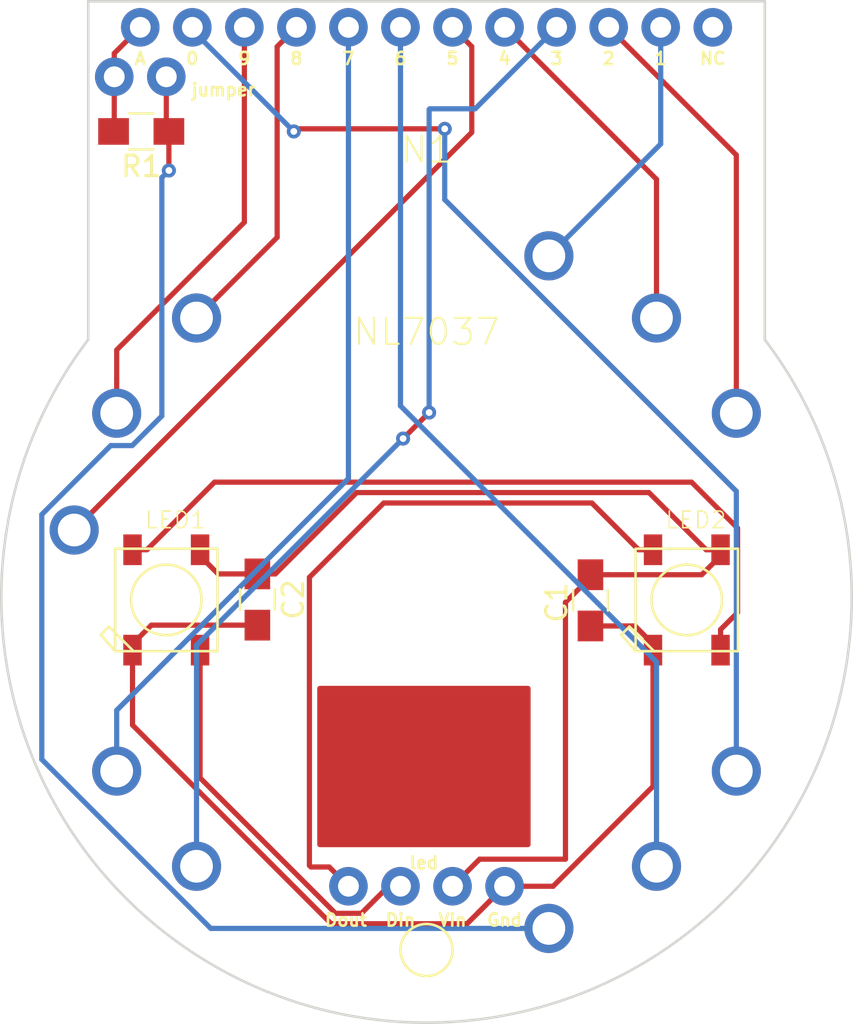
<source format=kicad_pcb>
(kicad_pcb (version 4) (host pcbnew 4.0.6)

  (general
    (links 25)
    (no_connects 0)
    (area 129.667 66.10858 182.753002 122.682002)
    (thickness 1.6002)
    (drawings 21)
    (tracks 114)
    (zones 0)
    (modules 10)
    (nets 19)
  )

  (page A4)
  (layers
    (0 F.Cu signal)
    (31 B.Cu signal)
    (34 B.Paste user)
    (35 F.Paste user)
    (36 B.SilkS user)
    (37 F.SilkS user)
    (38 B.Mask user)
    (39 F.Mask user)
    (44 Edge.Cuts user)
  )

  (setup
    (last_trace_width 0.254)
    (user_trace_width 0.1524)
    (user_trace_width 0.2)
    (user_trace_width 0.25)
    (user_trace_width 0.3)
    (user_trace_width 0.4)
    (user_trace_width 0.5)
    (user_trace_width 0.6)
    (user_trace_width 0.8)
    (trace_clearance 0.254)
    (zone_clearance 0.1524)
    (zone_45_only yes)
    (trace_min 0.1524)
    (segment_width 0.127)
    (edge_width 0.127)
    (via_size 0.6858)
    (via_drill 0.3302)
    (via_min_size 0.6858)
    (via_min_drill 0.3302)
    (uvia_size 0.508)
    (uvia_drill 0.127)
    (uvias_allowed no)
    (uvia_min_size 0.508)
    (uvia_min_drill 0.127)
    (pcb_text_width 0.127)
    (pcb_text_size 0.6 0.6)
    (mod_edge_width 0.127)
    (mod_text_size 0.6 0.6)
    (mod_text_width 0.127)
    (pad_size 1.524 1.524)
    (pad_drill 0.762)
    (pad_to_mask_clearance 0.05)
    (pad_to_paste_clearance -0.04)
    (aux_axis_origin 0 0)
    (visible_elements 7FFFFF7F)
    (pcbplotparams
      (layerselection 0x3ffff_80000001)
      (usegerberextensions true)
      (usegerberattributes true)
      (excludeedgelayer true)
      (linewidth 0.127000)
      (plotframeref false)
      (viasonmask false)
      (mode 1)
      (useauxorigin false)
      (hpglpennumber 1)
      (hpglpenspeed 20)
      (hpglpendiameter 15)
      (hpglpenoverlay 2)
      (psnegative false)
      (psa4output false)
      (plotreference true)
      (plotvalue true)
      (plotinvisibletext false)
      (padsonsilk false)
      (subtractmaskfromsilk false)
      (outputformat 1)
      (mirror false)
      (drillshape 0)
      (scaleselection 1)
      (outputdirectory CAM/))
  )

  (net 0 "")
  (net 1 "Net-(C1-Pad1)")
  (net 2 "Net-(C1-Pad2)")
  (net 3 "Net-(JL1-Pad3)")
  (net 4 "Net-(JL1-Pad4)")
  (net 5 "Net-(JN1-Pad1)")
  (net 6 "Net-(JN1-Pad2)")
  (net 7 "Net-(JN1-Pad3)")
  (net 8 "Net-(JN1-Pad4)")
  (net 9 "Net-(JN1-Pad5)")
  (net 10 "Net-(JN1-Pad6)")
  (net 11 "Net-(JN1-Pad7)")
  (net 12 "Net-(JN1-Pad8)")
  (net 13 "Net-(JN1-Pad9)")
  (net 14 "Net-(JN1-Pad10)")
  (net 15 "Net-(JN1-Pad11)")
  (net 16 "Net-(JN1-Pad12)")
  (net 17 "Net-(JR1-Pad1)")
  (net 18 "Net-(LED1-Pad2-DO)")

  (net_class Default "Imperial - this is the standard class"
    (clearance 0.254)
    (trace_width 0.254)
    (via_dia 0.6858)
    (via_drill 0.3302)
    (uvia_dia 0.508)
    (uvia_drill 0.127)
    (add_net "Net-(C1-Pad1)")
    (add_net "Net-(C1-Pad2)")
    (add_net "Net-(JL1-Pad3)")
    (add_net "Net-(JL1-Pad4)")
    (add_net "Net-(JN1-Pad1)")
    (add_net "Net-(JN1-Pad10)")
    (add_net "Net-(JN1-Pad11)")
    (add_net "Net-(JN1-Pad12)")
    (add_net "Net-(JN1-Pad2)")
    (add_net "Net-(JN1-Pad3)")
    (add_net "Net-(JN1-Pad4)")
    (add_net "Net-(JN1-Pad5)")
    (add_net "Net-(JN1-Pad6)")
    (add_net "Net-(JN1-Pad7)")
    (add_net "Net-(JN1-Pad8)")
    (add_net "Net-(JN1-Pad9)")
    (add_net "Net-(JR1-Pad1)")
    (add_net "Net-(LED1-Pad2-DO)")
  )

  (net_class 0.2mm ""
    (clearance 0.2)
    (trace_width 0.2)
    (via_dia 0.6858)
    (via_drill 0.3302)
    (uvia_dia 0.508)
    (uvia_drill 0.127)
  )

  (net_class Minimal ""
    (clearance 0.1524)
    (trace_width 0.1524)
    (via_dia 0.6858)
    (via_drill 0.3302)
    (uvia_dia 0.508)
    (uvia_drill 0.127)
  )

  (module Capacitors_SMD:C_0805_HandSoldering (layer F.Cu) (tedit 58AA84A8) (tstamp 598F8C58)
    (at 164.211 96.54 270)
    (descr "Capacitor SMD 0805, hand soldering")
    (tags "capacitor 0805")
    (path /592C7A4C)
    (attr smd)
    (fp_text reference C1 (at 0.107 1.651 270) (layer F.SilkS)
      (effects (font (size 1 1) (thickness 0.15)))
    )
    (fp_text value 0.1uF (at 0 1.75 270) (layer F.Fab)
      (effects (font (size 1 1) (thickness 0.15)))
    )
    (fp_text user %R (at 0 -1.75 270) (layer F.Fab)
      (effects (font (size 1 1) (thickness 0.15)))
    )
    (fp_line (start -1 0.62) (end -1 -0.62) (layer F.Fab) (width 0.1))
    (fp_line (start 1 0.62) (end -1 0.62) (layer F.Fab) (width 0.1))
    (fp_line (start 1 -0.62) (end 1 0.62) (layer F.Fab) (width 0.1))
    (fp_line (start -1 -0.62) (end 1 -0.62) (layer F.Fab) (width 0.1))
    (fp_line (start 0.5 -0.85) (end -0.5 -0.85) (layer F.SilkS) (width 0.12))
    (fp_line (start -0.5 0.85) (end 0.5 0.85) (layer F.SilkS) (width 0.12))
    (fp_line (start -2.25 -0.88) (end 2.25 -0.88) (layer F.CrtYd) (width 0.05))
    (fp_line (start -2.25 -0.88) (end -2.25 0.87) (layer F.CrtYd) (width 0.05))
    (fp_line (start 2.25 0.87) (end 2.25 -0.88) (layer F.CrtYd) (width 0.05))
    (fp_line (start 2.25 0.87) (end -2.25 0.87) (layer F.CrtYd) (width 0.05))
    (pad 1 smd rect (at -1.25 0 270) (size 1.5 1.25) (layers F.Cu F.Paste F.Mask)
      (net 1 "Net-(C1-Pad1)"))
    (pad 2 smd rect (at 1.25 0 270) (size 1.5 1.25) (layers F.Cu F.Paste F.Mask)
      (net 2 "Net-(C1-Pad2)"))
    (model Capacitors_SMD.3dshapes/C_0805.wrl
      (at (xyz 0 0 0))
      (scale (xyz 1 1 1))
      (rotate (xyz 0 0 0))
    )
  )

  (module SparkFun-Connectors:SparkFun-Connectors-1X04_NO_SILK (layer F.Cu) (tedit 59930C2F) (tstamp 598F8C70)
    (at 160.02 110.49 180)
    (descr "PLATED THROUGH HOLE - 4 PIN NO SILK OUTLINE")
    (tags "PLATED THROUGH HOLE - 4 PIN NO SILK OUTLINE")
    (path /592C754C)
    (attr virtual)
    (fp_text reference JL1 (at 0.254 -1.7018 180) (layer F.SilkS) hide
      (effects (font (size 0.6096 0.6096) (thickness 0.127)))
    )
    (fp_text value led (at 3.937 1.143 180) (layer F.SilkS)
      (effects (font (size 0.6096 0.6096) (thickness 0.127)))
    )
    (fp_line (start 7.366 0.254) (end 7.874 0.254) (layer Dwgs.User) (width 0.06604))
    (fp_line (start 7.874 0.254) (end 7.874 -0.254) (layer Dwgs.User) (width 0.06604))
    (fp_line (start 7.366 -0.254) (end 7.874 -0.254) (layer Dwgs.User) (width 0.06604))
    (fp_line (start 7.366 0.254) (end 7.366 -0.254) (layer Dwgs.User) (width 0.06604))
    (fp_line (start 4.826 0.254) (end 5.334 0.254) (layer Dwgs.User) (width 0.06604))
    (fp_line (start 5.334 0.254) (end 5.334 -0.254) (layer Dwgs.User) (width 0.06604))
    (fp_line (start 4.826 -0.254) (end 5.334 -0.254) (layer Dwgs.User) (width 0.06604))
    (fp_line (start 4.826 0.254) (end 4.826 -0.254) (layer Dwgs.User) (width 0.06604))
    (fp_line (start 2.286 0.254) (end 2.794 0.254) (layer Dwgs.User) (width 0.06604))
    (fp_line (start 2.794 0.254) (end 2.794 -0.254) (layer Dwgs.User) (width 0.06604))
    (fp_line (start 2.286 -0.254) (end 2.794 -0.254) (layer Dwgs.User) (width 0.06604))
    (fp_line (start 2.286 0.254) (end 2.286 -0.254) (layer Dwgs.User) (width 0.06604))
    (fp_line (start -0.254 0.254) (end 0.254 0.254) (layer Dwgs.User) (width 0.06604))
    (fp_line (start 0.254 0.254) (end 0.254 -0.254) (layer Dwgs.User) (width 0.06604))
    (fp_line (start -0.254 -0.254) (end 0.254 -0.254) (layer Dwgs.User) (width 0.06604))
    (fp_line (start -0.254 0.254) (end -0.254 -0.254) (layer Dwgs.User) (width 0.06604))
    (pad 1 thru_hole circle (at 0 0 180) (size 1.8796 1.8796) (drill 1.016) (layers *.Cu *.Paste *.Mask)
      (net 2 "Net-(C1-Pad2)"))
    (pad 2 thru_hole circle (at 2.54 0 180) (size 1.8796 1.8796) (drill 1.016) (layers *.Cu *.Paste *.Mask)
      (net 1 "Net-(C1-Pad1)"))
    (pad 3 thru_hole circle (at 5.08 0 180) (size 1.8796 1.8796) (drill 1.016) (layers *.Cu *.Paste *.Mask)
      (net 3 "Net-(JL1-Pad3)"))
    (pad 4 thru_hole circle (at 7.62 0 180) (size 1.8796 1.8796) (drill 1.016) (layers *.Cu *.Paste *.Mask)
      (net 4 "Net-(JL1-Pad4)"))
  )

  (module SparkFun-Connectors:SparkFun-Connectors-1X12_NO_SILK (layer F.Cu) (tedit 599307C6) (tstamp 598F8C80)
    (at 170.18 68.58 180)
    (descr "PLATED THROUGH HOLE -12 PIN NO SILK")
    (tags "PLATED THROUGH HOLE -12 PIN NO SILK")
    (path /592C7388)
    (attr virtual)
    (fp_text reference JN1 (at 0.254 -1.7018 180) (layer F.SilkS) hide
      (effects (font (size 0.6096 0.6096) (thickness 0.127)))
    )
    (fp_text value nixie (at 0.5588 1.7272 180) (layer F.SilkS) hide
      (effects (font (size 0.6096 0.6096) (thickness 0.127)))
    )
    (pad 1 thru_hole circle (at 0 0 180) (size 1.8796 1.8796) (drill 1.016) (layers *.Cu *.Paste *.Mask)
      (net 5 "Net-(JN1-Pad1)"))
    (pad 2 thru_hole circle (at 2.54 0 180) (size 1.8796 1.8796) (drill 1.016) (layers *.Cu *.Paste *.Mask)
      (net 6 "Net-(JN1-Pad2)"))
    (pad 3 thru_hole circle (at 5.08 0 180) (size 1.8796 1.8796) (drill 1.016) (layers *.Cu *.Paste *.Mask)
      (net 7 "Net-(JN1-Pad3)"))
    (pad 4 thru_hole circle (at 7.62 0 180) (size 1.8796 1.8796) (drill 1.016) (layers *.Cu *.Paste *.Mask)
      (net 8 "Net-(JN1-Pad4)"))
    (pad 5 thru_hole circle (at 10.16 0 180) (size 1.8796 1.8796) (drill 1.016) (layers *.Cu *.Paste *.Mask)
      (net 9 "Net-(JN1-Pad5)"))
    (pad 6 thru_hole circle (at 12.7 0 180) (size 1.8796 1.8796) (drill 1.016) (layers *.Cu *.Paste *.Mask)
      (net 10 "Net-(JN1-Pad6)"))
    (pad 7 thru_hole circle (at 15.24 0 180) (size 1.8796 1.8796) (drill 1.016) (layers *.Cu *.Paste *.Mask)
      (net 11 "Net-(JN1-Pad7)"))
    (pad 8 thru_hole circle (at 17.78 0 180) (size 1.8796 1.8796) (drill 1.016) (layers *.Cu *.Paste *.Mask)
      (net 12 "Net-(JN1-Pad8)"))
    (pad 9 thru_hole circle (at 20.32 0 180) (size 1.8796 1.8796) (drill 1.016) (layers *.Cu *.Paste *.Mask)
      (net 13 "Net-(JN1-Pad9)"))
    (pad 10 thru_hole circle (at 22.86 0 180) (size 1.8796 1.8796) (drill 1.016) (layers *.Cu *.Paste *.Mask)
      (net 14 "Net-(JN1-Pad10)"))
    (pad 11 thru_hole circle (at 25.4 0 180) (size 1.8796 1.8796) (drill 1.016) (layers *.Cu *.Paste *.Mask)
      (net 15 "Net-(JN1-Pad11)"))
    (pad 12 thru_hole circle (at 27.94 0 180) (size 1.8796 1.8796) (drill 1.016) (layers *.Cu *.Paste *.Mask)
      (net 16 "Net-(JN1-Pad12)"))
  )

  (module SparkFun-Connectors:SparkFun-Connectors-1X02_NO_SILK (layer F.Cu) (tedit 599307D9) (tstamp 598F8C8E)
    (at 143.51 70.993 180)
    (descr "PLATED THROUGH HOLE - NO SILK OUTLINE")
    (tags "PLATED THROUGH HOLE - NO SILK OUTLINE")
    (path /592C801E)
    (attr virtual)
    (fp_text reference JR1 (at 0.254 -1.7018 180) (layer F.SilkS) hide
      (effects (font (size 0.6096 0.6096) (thickness 0.127)))
    )
    (fp_text value jumper (at -2.794 -0.635 180) (layer F.SilkS)
      (effects (font (size 0.6096 0.6096) (thickness 0.127)))
    )
    (fp_line (start 2.286 0.254) (end 2.794 0.254) (layer Dwgs.User) (width 0.06604))
    (fp_line (start 2.794 0.254) (end 2.794 -0.254) (layer Dwgs.User) (width 0.06604))
    (fp_line (start 2.286 -0.254) (end 2.794 -0.254) (layer Dwgs.User) (width 0.06604))
    (fp_line (start 2.286 0.254) (end 2.286 -0.254) (layer Dwgs.User) (width 0.06604))
    (fp_line (start -0.254 0.254) (end 0.254 0.254) (layer Dwgs.User) (width 0.06604))
    (fp_line (start 0.254 0.254) (end 0.254 -0.254) (layer Dwgs.User) (width 0.06604))
    (fp_line (start -0.254 -0.254) (end 0.254 -0.254) (layer Dwgs.User) (width 0.06604))
    (fp_line (start -0.254 0.254) (end -0.254 -0.254) (layer Dwgs.User) (width 0.06604))
    (pad 1 thru_hole circle (at 0 0 180) (size 1.8796 1.8796) (drill 1.016) (layers *.Cu *.Paste *.Mask)
      (net 17 "Net-(JR1-Pad1)"))
    (pad 2 thru_hole circle (at 2.54 0 180) (size 1.8796 1.8796) (drill 1.016) (layers *.Cu *.Paste *.Mask)
      (net 16 "Net-(JN1-Pad12)"))
  )

  (module adafruit:adafruit-WS2812B (layer F.Cu) (tedit 598E7B56) (tstamp 598F8CA1)
    (at 143.51 96.52 90)
    (path /598E77EB)
    (attr smd)
    (fp_text reference LED1 (at 3.8989 0.4445 360) (layer F.SilkS)
      (effects (font (size 0.8128 0.8128) (thickness 0.0762)))
    )
    (fp_text value WS2812B5050 (at 0 0 90) (layer F.SilkS) hide
      (effects (font (thickness 0.15)))
    )
    (fp_line (start 2.49936 2.49936) (end -2.49936 2.49936) (layer F.SilkS) (width 0.127))
    (fp_line (start -2.49936 2.49936) (end -2.49936 -1.59766) (layer F.SilkS) (width 0.127))
    (fp_line (start -2.49936 -1.59766) (end -2.49936 -2.49936) (layer F.SilkS) (width 0.127))
    (fp_line (start -2.49936 -2.49936) (end -1.59766 -2.49936) (layer F.SilkS) (width 0.127))
    (fp_line (start -1.59766 -2.49936) (end 2.49936 -2.49936) (layer F.SilkS) (width 0.127))
    (fp_line (start 2.49936 -2.49936) (end 2.49936 2.49936) (layer F.SilkS) (width 0.127))
    (fp_line (start -2.49936 -1.59766) (end -1.59766 -2.49936) (layer F.SilkS) (width 0.127))
    (fp_line (start -1.59766 -2.49936) (end -1.29794 -2.79908) (layer F.SilkS) (width 0.127))
    (fp_line (start -1.29794 -2.79908) (end -1.69926 -3.19786) (layer F.SilkS) (width 0.127))
    (fp_line (start -1.69926 -3.19786) (end -2.49936 -2.49936) (layer F.SilkS) (width 0.127))
    (fp_circle (center 0 0) (end 0 -1.71958) (layer F.SilkS) (width 0.127))
    (pad 1-VD smd rect (at 2.44856 1.64846 270) (size 1.4986 0.89916) (layers F.Cu F.Paste F.Mask)
      (net 1 "Net-(C1-Pad1)"))
    (pad 2-DO smd rect (at 2.44856 -1.64846 270) (size 1.4986 0.89916) (layers F.Cu F.Paste F.Mask)
      (net 18 "Net-(LED1-Pad2-DO)"))
    (pad 3-GN smd rect (at -2.44856 -1.64846 270) (size 1.4986 0.89916) (layers F.Cu F.Paste F.Mask)
      (net 2 "Net-(C1-Pad2)"))
    (pad 4-DI smd rect (at -2.44856 1.64846 270) (size 1.4986 0.89916) (layers F.Cu F.Paste F.Mask)
      (net 3 "Net-(JL1-Pad3)"))
  )

  (module Resistors_SMD:R_0805_HandSoldering (layer F.Cu) (tedit 58E0A804) (tstamp 598F8CC5)
    (at 142.287 73.66 180)
    (descr "Resistor SMD 0805, hand soldering")
    (tags "resistor 0805")
    (path /592C7A6F)
    (attr smd)
    (fp_text reference R1 (at 0 -1.7 180) (layer F.SilkS)
      (effects (font (size 1 1) (thickness 0.15)))
    )
    (fp_text value R (at 0 1.75 180) (layer F.Fab)
      (effects (font (size 1 1) (thickness 0.15)))
    )
    (fp_text user %R (at 0 0 180) (layer F.Fab)
      (effects (font (size 0.5 0.5) (thickness 0.075)))
    )
    (fp_line (start -1 0.62) (end -1 -0.62) (layer F.Fab) (width 0.1))
    (fp_line (start 1 0.62) (end -1 0.62) (layer F.Fab) (width 0.1))
    (fp_line (start 1 -0.62) (end 1 0.62) (layer F.Fab) (width 0.1))
    (fp_line (start -1 -0.62) (end 1 -0.62) (layer F.Fab) (width 0.1))
    (fp_line (start 0.6 0.88) (end -0.6 0.88) (layer F.SilkS) (width 0.12))
    (fp_line (start -0.6 -0.88) (end 0.6 -0.88) (layer F.SilkS) (width 0.12))
    (fp_line (start -2.35 -0.9) (end 2.35 -0.9) (layer F.CrtYd) (width 0.05))
    (fp_line (start -2.35 -0.9) (end -2.35 0.9) (layer F.CrtYd) (width 0.05))
    (fp_line (start 2.35 0.9) (end 2.35 -0.9) (layer F.CrtYd) (width 0.05))
    (fp_line (start 2.35 0.9) (end -2.35 0.9) (layer F.CrtYd) (width 0.05))
    (pad 1 smd rect (at -1.35 0 180) (size 1.5 1.3) (layers F.Cu F.Paste F.Mask)
      (net 17 "Net-(JR1-Pad1)"))
    (pad 2 smd rect (at 1.35 0 180) (size 1.5 1.3) (layers F.Cu F.Paste F.Mask)
      (net 16 "Net-(JN1-Pad12)"))
    (model ${KISYS3DMOD}/Resistors_SMD.3dshapes/R_0805.wrl
      (at (xyz 0 0 0))
      (scale (xyz 1 1 1))
      (rotate (xyz 0 0 0))
    )
  )

  (module Capacitors_SMD:C_0805_HandSoldering (layer F.Cu) (tedit 58AA84A8) (tstamp 5990A048)
    (at 147.955 96.5 270)
    (descr "Capacitor SMD 0805, hand soldering")
    (tags "capacitor 0805")
    (path /598E7B25)
    (attr smd)
    (fp_text reference C2 (at 0 -1.75 270) (layer F.SilkS)
      (effects (font (size 1 1) (thickness 0.15)))
    )
    (fp_text value 0.1uF (at 0 1.75 270) (layer F.Fab)
      (effects (font (size 1 1) (thickness 0.15)))
    )
    (fp_text user %R (at 0 -1.75 270) (layer F.Fab)
      (effects (font (size 1 1) (thickness 0.15)))
    )
    (fp_line (start -1 0.62) (end -1 -0.62) (layer F.Fab) (width 0.1))
    (fp_line (start 1 0.62) (end -1 0.62) (layer F.Fab) (width 0.1))
    (fp_line (start 1 -0.62) (end 1 0.62) (layer F.Fab) (width 0.1))
    (fp_line (start -1 -0.62) (end 1 -0.62) (layer F.Fab) (width 0.1))
    (fp_line (start 0.5 -0.85) (end -0.5 -0.85) (layer F.SilkS) (width 0.12))
    (fp_line (start -0.5 0.85) (end 0.5 0.85) (layer F.SilkS) (width 0.12))
    (fp_line (start -2.25 -0.88) (end 2.25 -0.88) (layer F.CrtYd) (width 0.05))
    (fp_line (start -2.25 -0.88) (end -2.25 0.87) (layer F.CrtYd) (width 0.05))
    (fp_line (start 2.25 0.87) (end 2.25 -0.88) (layer F.CrtYd) (width 0.05))
    (fp_line (start 2.25 0.87) (end -2.25 0.87) (layer F.CrtYd) (width 0.05))
    (pad 1 smd rect (at -1.25 0 270) (size 1.5 1.25) (layers F.Cu F.Paste F.Mask)
      (net 1 "Net-(C1-Pad1)"))
    (pad 2 smd rect (at 1.25 0 270) (size 1.5 1.25) (layers F.Cu F.Paste F.Mask)
      (net 2 "Net-(C1-Pad2)"))
    (model Capacitors_SMD.3dshapes/C_0805.wrl
      (at (xyz 0 0 0))
      (scale (xyz 1 1 1))
      (rotate (xyz 0 0 0))
    )
  )

  (module adafruit:adafruit-WS2812B (layer F.Cu) (tedit 598E7BC6) (tstamp 5990A05B)
    (at 168.91254 96.52 90)
    (path /598E7A2A)
    (attr smd)
    (fp_text reference LED2 (at 3.8989 0.4445 360) (layer F.SilkS)
      (effects (font (size 0.8128 0.8128) (thickness 0.0762)))
    )
    (fp_text value WS2812B5050 (at 0 0 90) (layer F.SilkS) hide
      (effects (font (thickness 0.15)))
    )
    (fp_line (start 2.49936 2.49936) (end -2.49936 2.49936) (layer F.SilkS) (width 0.127))
    (fp_line (start -2.49936 2.49936) (end -2.49936 -1.59766) (layer F.SilkS) (width 0.127))
    (fp_line (start -2.49936 -1.59766) (end -2.49936 -2.49936) (layer F.SilkS) (width 0.127))
    (fp_line (start -2.49936 -2.49936) (end -1.59766 -2.49936) (layer F.SilkS) (width 0.127))
    (fp_line (start -1.59766 -2.49936) (end 2.49936 -2.49936) (layer F.SilkS) (width 0.127))
    (fp_line (start 2.49936 -2.49936) (end 2.49936 2.49936) (layer F.SilkS) (width 0.127))
    (fp_line (start -2.49936 -1.59766) (end -1.59766 -2.49936) (layer F.SilkS) (width 0.127))
    (fp_line (start -1.59766 -2.49936) (end -1.29794 -2.79908) (layer F.SilkS) (width 0.127))
    (fp_line (start -1.29794 -2.79908) (end -1.69926 -3.19786) (layer F.SilkS) (width 0.127))
    (fp_line (start -1.69926 -3.19786) (end -2.49936 -2.49936) (layer F.SilkS) (width 0.127))
    (fp_circle (center 0 0) (end 0 -1.71958) (layer F.SilkS) (width 0.127))
    (pad 1-VD smd rect (at 2.44856 1.64846 270) (size 1.4986 0.89916) (layers F.Cu F.Paste F.Mask)
      (net 1 "Net-(C1-Pad1)"))
    (pad 2-DO smd rect (at 2.44856 -1.64846 270) (size 1.4986 0.89916) (layers F.Cu F.Paste F.Mask)
      (net 4 "Net-(JL1-Pad4)"))
    (pad 3-GN smd rect (at -2.44856 -1.64846 270) (size 1.4986 0.89916) (layers F.Cu F.Paste F.Mask)
      (net 2 "Net-(C1-Pad2)"))
    (pad 4-DI smd rect (at -2.44856 1.64846 270) (size 1.4986 0.89916) (layers F.Cu F.Paste F.Mask)
      (net 18 "Net-(LED1-Pad2-DO)"))
  )

  (module logos:mermaid_l (layer F.Cu) (tedit 0) (tstamp 59930860)
    (at 153.289 104.648)
    (fp_text reference G*** (at 0 0) (layer F.SilkS) hide
      (effects (font (thickness 0.3)))
    )
    (fp_text value LOGO (at 0.75 0) (layer F.SilkS) hide
      (effects (font (thickness 0.3)))
    )
    (fp_poly (pts (xy 0.016811 -3.773536) (xy 0.035492 -3.771585) (xy 0.039687 -3.770741) (xy 0.079417 -3.757244)
      (xy 0.111324 -3.737775) (xy 0.124832 -3.725513) (xy 0.142677 -3.704599) (xy 0.153161 -3.684612)
      (xy 0.15793 -3.661447) (xy 0.15875 -3.64097) (xy 0.158058 -3.61993) (xy 0.155124 -3.604749)
      (xy 0.148654 -3.590748) (xy 0.141938 -3.580059) (xy 0.122141 -3.557766) (xy 0.098998 -3.544256)
      (xy 0.074141 -3.539962) (xy 0.049199 -3.545313) (xy 0.036501 -3.55221) (xy 0.025568 -3.560763)
      (xy 0.019906 -3.570026) (xy 0.017449 -3.584153) (xy 0.016932 -3.59157) (xy 0.016648 -3.608477)
      (xy 0.018904 -3.618133) (xy 0.024587 -3.623743) (xy 0.026084 -3.624592) (xy 0.039465 -3.627784)
      (xy 0.050441 -3.626922) (xy 0.059967 -3.622881) (xy 0.061919 -3.615123) (xy 0.060823 -3.608777)
      (xy 0.060289 -3.596153) (xy 0.064906 -3.590901) (xy 0.073078 -3.592235) (xy 0.083211 -3.599369)
      (xy 0.093713 -3.61152) (xy 0.102989 -3.6279) (xy 0.103896 -3.629997) (xy 0.108418 -3.643365)
      (xy 0.108287 -3.6547) (xy 0.103467 -3.669685) (xy 0.087643 -3.698859) (xy 0.064252 -3.721926)
      (xy 0.050164 -3.731216) (xy 0.036916 -3.737802) (xy 0.022748 -3.741623) (xy 0.004134 -3.743365)
      (xy -0.014288 -3.743716) (xy -0.040147 -3.742911) (xy -0.057394 -3.740394) (xy -0.064294 -3.73724)
      (xy -0.073648 -3.731439) (xy -0.077728 -3.730626) (xy -0.088165 -3.726605) (xy -0.102163 -3.716065)
      (xy -0.117406 -3.701291) (xy -0.131579 -3.684564) (xy -0.142367 -3.668169) (xy -0.143717 -3.665542)
      (xy -0.151883 -3.648712) (xy -0.159332 -3.633251) (xy -0.163088 -3.620111) (xy -0.165384 -3.598867)
      (xy -0.16631 -3.568514) (xy -0.166318 -3.553876) (xy -0.166026 -3.5265) (xy -0.165145 -3.506715)
      (xy -0.163111 -3.491529) (xy -0.159359 -3.477949) (xy -0.153324 -3.462983) (xy -0.14625 -3.447521)
      (xy -0.121753 -3.405235) (xy -0.0903 -3.36927) (xy -0.051325 -3.33924) (xy -0.004264 -3.314759)
      (xy 0.051447 -3.295441) (xy 0.089958 -3.28602) (xy 0.119366 -3.282227) (xy 0.156195 -3.281263)
      (xy 0.197719 -3.282946) (xy 0.241212 -3.28709) (xy 0.283951 -3.293513) (xy 0.321687 -3.301638)
      (xy 0.342155 -3.307861) (xy 0.360849 -3.315263) (xy 0.376278 -3.322945) (xy 0.386953 -3.330006)
      (xy 0.391385 -3.335547) (xy 0.388082 -3.338667) (xy 0.383597 -3.339042) (xy 0.373649 -3.342219)
      (xy 0.357833 -3.350734) (xy 0.338335 -3.36306) (xy 0.317344 -3.377673) (xy 0.297047 -3.393046)
      (xy 0.279632 -3.407655) (xy 0.267286 -3.419973) (xy 0.26692 -3.420407) (xy 0.246827 -3.446164)
      (xy 0.232225 -3.469838) (xy 0.221889 -3.494463) (xy 0.214597 -3.523071) (xy 0.209127 -3.558694)
      (xy 0.208269 -3.565849) (xy 0.208225 -3.599519) (xy 0.214696 -3.635439) (xy 0.226608 -3.670269)
      (xy 0.242885 -3.700666) (xy 0.257355 -3.718587) (xy 0.284712 -3.739246) (xy 0.316451 -3.752322)
      (xy 0.350326 -3.757709) (xy 0.384089 -3.755304) (xy 0.415495 -3.745003) (xy 0.441854 -3.727116)
      (xy 0.456743 -3.708989) (xy 0.464158 -3.687733) (xy 0.465666 -3.667574) (xy 0.46447 -3.649678)
      (xy 0.459418 -3.636679) (xy 0.44831 -3.623019) (xy 0.447843 -3.622523) (xy 0.432662 -3.60928)
      (xy 0.418526 -3.60395) (xy 0.413448 -3.603625) (xy 0.394908 -3.608269) (xy 0.381565 -3.620647)
      (xy 0.375782 -3.638431) (xy 0.375708 -3.640833) (xy 0.378805 -3.655072) (xy 0.386689 -3.660815)
      (xy 0.397247 -3.657238) (xy 0.40302 -3.65151) (xy 0.411119 -3.643576) (xy 0.417703 -3.64383)
      (xy 0.420717 -3.645984) (xy 0.426691 -3.656909) (xy 0.428309 -3.673525) (xy 0.425542 -3.691863)
      (xy 0.421138 -3.703294) (xy 0.410709 -3.716673) (xy 0.399156 -3.725521) (xy 0.381042 -3.731036)
      (xy 0.358057 -3.732598) (xy 0.335132 -3.730244) (xy 0.318905 -3.724949) (xy 0.298369 -3.711409)
      (xy 0.278961 -3.693672) (xy 0.264484 -3.675356) (xy 0.26187 -3.670693) (xy 0.258107 -3.658302)
      (xy 0.255508 -3.640465) (xy 0.254155 -3.620218) (xy 0.254128 -3.6006) (xy 0.25551 -3.584648)
      (xy 0.258381 -3.5754) (xy 0.259291 -3.574521) (xy 0.263387 -3.567227) (xy 0.264583 -3.558334)
      (xy 0.266434 -3.54854) (xy 0.269875 -3.545417) (xy 0.274956 -3.541344) (xy 0.275166 -3.539772)
      (xy 0.278369 -3.532005) (xy 0.286651 -3.519125) (xy 0.298022 -3.503894) (xy 0.310492 -3.489074)
      (xy 0.315691 -3.483521) (xy 0.332808 -3.469181) (xy 0.356966 -3.453086) (xy 0.385192 -3.436898)
      (xy 0.41451 -3.422278) (xy 0.441945 -3.410886) (xy 0.451563 -3.407656) (xy 0.513508 -3.39253)
      (xy 0.572008 -3.386659) (xy 0.6285 -3.390216) (xy 0.684423 -3.403376) (xy 0.741216 -3.42631)
      (xy 0.78052 -3.447259) (xy 0.817352 -3.46804) (xy 0.848125 -3.483558) (xy 0.875501 -3.494552)
      (xy 0.902139 -3.501759) (xy 0.9307 -3.505917) (xy 0.963843 -3.507764) (xy 0.999762 -3.50806)
      (xy 1.029829 -3.507596) (xy 1.058475 -3.506543) (xy 1.08289 -3.505047) (xy 1.100268 -3.50325)
      (xy 1.103312 -3.502746) (xy 1.124251 -3.498943) (xy 1.148566 -3.494739) (xy 1.16152 -3.492588)
      (xy 1.183437 -3.488718) (xy 1.205109 -3.484407) (xy 1.21576 -3.482026) (xy 1.242534 -3.475574)
      (xy 1.261268 -3.470981) (xy 1.27422 -3.467665) (xy 1.283649 -3.465044) (xy 1.29181 -3.462534)
      (xy 1.293812 -3.46189) (xy 1.330054 -3.447173) (xy 1.362613 -3.428217) (xy 1.390124 -3.406284)
      (xy 1.411222 -3.382636) (xy 1.42454 -3.358536) (xy 1.428749 -3.337087) (xy 1.430965 -3.31796)
      (xy 1.436932 -3.293293) (xy 1.445634 -3.266996) (xy 1.4496 -3.257021) (xy 1.460028 -3.223921)
      (xy 1.465344 -3.188889) (xy 1.465701 -3.173183) (xy 1.465206 -3.152449) (xy 1.465622 -3.140318)
      (xy 1.467505 -3.134815) (xy 1.471411 -3.133966) (xy 1.476375 -3.135313) (xy 1.485246 -3.136563)
      (xy 1.485546 -3.132317) (xy 1.477379 -3.123141) (xy 1.473497 -3.119686) (xy 1.464568 -3.110292)
      (xy 1.463129 -3.101507) (xy 1.465406 -3.093994) (xy 1.472998 -3.082438) (xy 1.485846 -3.06985)
      (xy 1.491895 -3.065257) (xy 1.507592 -3.051442) (xy 1.513053 -3.038041) (xy 1.508312 -3.023896)
      (xy 1.493572 -3.007997) (xy 1.481954 -2.996879) (xy 1.477871 -2.989625) (xy 1.480148 -2.984092)
      (xy 1.480343 -2.983889) (xy 1.48489 -2.973373) (xy 1.486712 -2.956585) (xy 1.485771 -2.93749)
      (xy 1.482027 -2.920051) (xy 1.481007 -2.917281) (xy 1.468042 -2.883178) (xy 1.459777 -2.85676)
      (xy 1.455764 -2.836468) (xy 1.455208 -2.827306) (xy 1.451635 -2.812089) (xy 1.440656 -2.801224)
      (xy 1.433744 -2.797314) (xy 1.425278 -2.794661) (xy 1.41333 -2.793085) (xy 1.395971 -2.79241)
      (xy 1.371273 -2.792457) (xy 1.349375 -2.792809) (xy 1.31873 -2.793255) (xy 1.296659 -2.793112)
      (xy 1.281157 -2.792186) (xy 1.270221 -2.790279) (xy 1.261849 -2.787196) (xy 1.255447 -2.783626)
      (xy 1.244268 -2.774775) (xy 1.238474 -2.766405) (xy 1.23825 -2.764974) (xy 1.235863 -2.757876)
      (xy 1.233805 -2.756959) (xy 1.229201 -2.752098) (xy 1.223916 -2.739092) (xy 1.218503 -2.720308)
      (xy 1.213515 -2.698112) (xy 1.209506 -2.674871) (xy 1.207028 -2.652951) (xy 1.2065 -2.640132)
      (xy 1.207874 -2.614203) (xy 1.211589 -2.582523) (xy 1.217032 -2.549504) (xy 1.222776 -2.522803)
      (xy 1.235661 -2.473043) (xy 1.247332 -2.433315) (xy 1.257929 -2.403156) (xy 1.259293 -2.399771)
      (xy 1.264013 -2.387513) (xy 1.269636 -2.371955) (xy 1.270086 -2.370667) (xy 1.278721 -2.347809)
      (xy 1.289907 -2.322021) (xy 1.304888 -2.290463) (xy 1.308378 -2.283355) (xy 1.317963 -2.259043)
      (xy 1.323702 -2.234224) (xy 1.325348 -2.211548) (xy 1.322652 -2.19366) (xy 1.317561 -2.184909)
      (xy 1.307186 -2.176016) (xy 1.292853 -2.165074) (xy 1.277255 -2.153968) (xy 1.263087 -2.144581)
      (xy 1.253044 -2.138797) (xy 1.250232 -2.137834) (xy 1.242386 -2.13401) (xy 1.231208 -2.124466)
      (xy 1.219519 -2.11209) (xy 1.21014 -2.099773) (xy 1.206613 -2.093154) (xy 1.204218 -2.073293)
      (xy 1.210459 -2.048342) (xy 1.211685 -2.04523) (xy 1.220793 -2.023791) (xy 1.23213 -1.998543)
      (xy 1.244765 -1.971403) (xy 1.257766 -1.944284) (xy 1.270202 -1.9191) (xy 1.281142 -1.897767)
      (xy 1.289653 -1.882198) (xy 1.294804 -1.874308) (xy 1.294911 -1.874195) (xy 1.300737 -1.866426)
      (xy 1.30175 -1.863411) (xy 1.305702 -1.855954) (xy 1.316422 -1.843726) (xy 1.332206 -1.828296)
      (xy 1.351351 -1.811235) (xy 1.372151 -1.794113) (xy 1.392903 -1.778501) (xy 1.397 -1.775628)
      (xy 1.412481 -1.764474) (xy 1.432822 -1.749179) (xy 1.456251 -1.731147) (xy 1.480994 -1.711783)
      (xy 1.505277 -1.692489) (xy 1.527327 -1.674669) (xy 1.54537 -1.659728) (xy 1.557633 -1.649068)
      (xy 1.561041 -1.645785) (xy 1.566531 -1.641261) (xy 1.577559 -1.632846) (xy 1.584854 -1.62743)
      (xy 1.599074 -1.616479) (xy 1.610642 -1.606732) (xy 1.613958 -1.603563) (xy 1.621166 -1.597319)
      (xy 1.63503 -1.586326) (xy 1.653625 -1.57203) (xy 1.675029 -1.555881) (xy 1.697317 -1.539326)
      (xy 1.718566 -1.523814) (xy 1.736854 -1.510793) (xy 1.740958 -1.507944) (xy 1.75542 -1.497422)
      (xy 1.767734 -1.487559) (xy 1.769672 -1.48584) (xy 1.781335 -1.477351) (xy 1.789516 -1.473434)
      (xy 1.797549 -1.469117) (xy 1.799166 -1.466423) (xy 1.803588 -1.462135) (xy 1.814535 -1.456503)
      (xy 1.817687 -1.455209) (xy 1.829662 -1.449593) (xy 1.835937 -1.444862) (xy 1.836208 -1.4441)
      (xy 1.840779 -1.440501) (xy 1.852852 -1.434525) (xy 1.869967 -1.42737) (xy 1.872824 -1.426267)
      (xy 1.88894 -1.420424) (xy 1.902804 -1.416562) (xy 1.917198 -1.414357) (xy 1.934907 -1.413483)
      (xy 1.958714 -1.413615) (xy 1.977334 -1.414048) (xy 2.011477 -1.415666) (xy 2.050591 -1.418652)
      (xy 2.089221 -1.422539) (xy 2.114726 -1.425785) (xy 2.14488 -1.42989) (xy 2.16751 -1.432256)
      (xy 2.18552 -1.432964) (xy 2.201812 -1.432095) (xy 2.219288 -1.429731) (xy 2.224528 -1.428856)
      (xy 2.245404 -1.424861) (xy 2.257747 -1.421152) (xy 2.263552 -1.416902) (xy 2.264833 -1.412127)
      (xy 2.263508 -1.406717) (xy 2.257986 -1.403732) (xy 2.245944 -1.402491) (xy 2.231409 -1.402292)
      (xy 2.207764 -1.401303) (xy 2.182238 -1.398663) (xy 2.158033 -1.394866) (xy 2.138355 -1.390404)
      (xy 2.12725 -1.386276) (xy 2.123304 -1.383434) (xy 2.123829 -1.381057) (xy 2.130164 -1.378752)
      (xy 2.143652 -1.376125) (xy 2.165634 -1.37278) (xy 2.180166 -1.370725) (xy 2.208747 -1.366286)
      (xy 2.230983 -1.361492) (xy 2.251087 -1.355226) (xy 2.27327 -1.34637) (xy 2.275416 -1.345449)
      (xy 2.291879 -1.337058) (xy 2.307873 -1.326809) (xy 2.32072 -1.316668) (xy 2.327745 -1.308602)
      (xy 2.328333 -1.306591) (xy 2.323743 -1.304335) (xy 2.312281 -1.304011) (xy 2.297402 -1.305252)
      (xy 2.282566 -1.307694) (xy 2.271229 -1.31097) (xy 2.267743 -1.312991) (xy 2.258675 -1.31683)
      (xy 2.251604 -1.317626) (xy 2.239817 -1.320172) (xy 2.234786 -1.323331) (xy 2.225761 -1.326846)
      (xy 2.213884 -1.326984) (xy 2.204136 -1.325219) (xy 2.204029 -1.323129) (xy 2.20927 -1.320799)
      (xy 2.23606 -1.310129) (xy 2.25511 -1.301894) (xy 2.268643 -1.294964) (xy 2.278885 -1.288209)
      (xy 2.287322 -1.281169) (xy 2.296853 -1.2715) (xy 2.301715 -1.264499) (xy 2.301875 -1.263719)
      (xy 2.297454 -1.259587) (xy 2.285098 -1.260225) (xy 2.266162 -1.265338) (xy 2.242005 -1.274631)
      (xy 2.232778 -1.27872) (xy 2.210862 -1.287938) (xy 2.195226 -1.292907) (xy 2.186673 -1.293593)
      (xy 2.186011 -1.289959) (xy 2.194044 -1.28197) (xy 2.19612 -1.28034) (xy 2.207237 -1.273141)
      (xy 2.215319 -1.270118) (xy 2.221801 -1.265714) (xy 2.226876 -1.256324) (xy 2.227791 -1.251047)
      (xy 2.223516 -1.248302) (xy 2.212505 -1.249392) (xy 2.197482 -1.253408) (xy 2.181171 -1.259436)
      (xy 2.166296 -1.266566) (xy 2.15558 -1.273887) (xy 2.153708 -1.275833) (xy 2.146702 -1.280288)
      (xy 2.132687 -1.286789) (xy 2.114695 -1.294037) (xy 2.095756 -1.300732) (xy 2.095124 -1.300937)
      (xy 2.07869 -1.304461) (xy 2.057774 -1.306667) (xy 2.046312 -1.307042) (xy 2.028903 -1.306558)
      (xy 2.018807 -1.304253) (xy 2.012768 -1.298853) (xy 2.009183 -1.29249) (xy 2.005287 -1.278785)
      (xy 2.008579 -1.265874) (xy 2.019902 -1.252443) (xy 2.040101 -1.237179) (xy 2.048014 -1.232048)
      (xy 2.069352 -1.218173) (xy 2.083328 -1.207722) (xy 2.091758 -1.198848) (xy 2.096459 -1.189706)
      (xy 2.098878 -1.180349) (xy 2.099775 -1.168122) (xy 2.095521 -1.163627) (xy 2.094838 -1.16354)
      (xy 2.077123 -1.165005) (xy 2.064663 -1.173081) (xy 2.054291 -1.180457) (xy 2.036679 -1.190046)
      (xy 2.014573 -1.20055) (xy 1.990717 -1.210671) (xy 1.967857 -1.219114) (xy 1.965854 -1.219776)
      (xy 1.928101 -1.233609) (xy 1.898307 -1.248381) (xy 1.87387 -1.26573) (xy 1.852189 -1.287294)
      (xy 1.844908 -1.29597) (xy 1.82922 -1.314316) (xy 1.813605 -1.330793) (xy 1.80082 -1.342542)
      (xy 1.797992 -1.344686) (xy 1.786309 -1.353213) (xy 1.778836 -1.359346) (xy 1.778 -1.360236)
      (xy 1.771224 -1.365606) (xy 1.75693 -1.374794) (xy 1.736985 -1.386729) (xy 1.713259 -1.400343)
      (xy 1.687619 -1.414565) (xy 1.661936 -1.428326) (xy 1.638076 -1.440557) (xy 1.635125 -1.442019)
      (xy 1.587553 -1.46584) (xy 1.546283 -1.487396) (xy 1.507857 -1.50852) (xy 1.481666 -1.52353)
      (xy 1.464862 -1.532936) (xy 1.450648 -1.540248) (xy 1.443302 -1.543429) (xy 1.435482 -1.548118)
      (xy 1.434041 -1.551076) (xy 1.429946 -1.555562) (xy 1.42835 -1.55575) (xy 1.421455 -1.558368)
      (xy 1.407463 -1.565519) (xy 1.388265 -1.576151) (xy 1.365753 -1.589212) (xy 1.341819 -1.60365)
      (xy 1.338081 -1.605957) (xy 1.328838 -1.611626) (xy 1.314356 -1.620452) (xy 1.303686 -1.626934)
      (xy 1.289183 -1.635949) (xy 1.278713 -1.64286) (xy 1.275291 -1.645485) (xy 1.269816 -1.650117)
      (xy 1.258818 -1.65865) (xy 1.251479 -1.66417) (xy 1.234056 -1.677274) (xy 1.220686 -1.687881)
      (xy 1.208649 -1.698391) (xy 1.195222 -1.711206) (xy 1.177684 -1.728725) (xy 1.173427 -1.733021)
      (xy 1.154691 -1.753203) (xy 1.136473 -1.774958) (xy 1.121826 -1.794574) (xy 1.117957 -1.80049)
      (xy 1.107458 -1.815879) (xy 1.098096 -1.826821) (xy 1.091977 -1.830917) (xy 1.085418 -1.828569)
      (xy 1.084785 -1.826948) (xy 1.081627 -1.820717) (xy 1.073818 -1.810294) (xy 1.071556 -1.807605)
      (xy 1.063024 -1.796859) (xy 1.058535 -1.789598) (xy 1.058333 -1.788759) (xy 1.055116 -1.78268)
      (xy 1.048847 -1.77503) (xy 1.038358 -1.760344) (xy 1.026121 -1.737991) (xy 1.013216 -1.710506)
      (xy 1.00072 -1.680421) (xy 0.989714 -1.650268) (xy 0.981275 -1.622581) (xy 0.977986 -1.608667)
      (xy 0.968972 -1.562362) (xy 0.962328 -1.523365) (xy 0.95779 -1.488735) (xy 0.955093 -1.45553)
      (xy 0.953972 -1.420809) (xy 0.954162 -1.38163) (xy 0.954874 -1.352021) (xy 0.955956 -1.318336)
      (xy 0.957154 -1.287144) (xy 0.958377 -1.260422) (xy 0.959534 -1.240144) (xy 0.960534 -1.228284)
      (xy 0.960617 -1.227667) (xy 0.961429 -1.217554) (xy 0.962358 -1.198447) (xy 0.96335 -1.171939)
      (xy 0.964353 -1.139617) (xy 0.96531 -1.103071) (xy 0.96617 -1.063891) (xy 0.966176 -1.063625)
      (xy 0.966988 -1.016579) (xy 0.967314 -0.977779) (xy 0.967075 -0.9449) (xy 0.96619 -0.915612)
      (xy 0.964579 -0.887587) (xy 0.962164 -0.858498) (xy 0.958863 -0.826017) (xy 0.95765 -0.814917)
      (xy 0.951084 -0.75682) (xy 0.945176 -0.707679) (xy 0.939682 -0.665903) (xy 0.934356 -0.629902)
      (xy 0.928956 -0.598088) (xy 0.923235 -0.56887) (xy 0.916949 -0.54066) (xy 0.912885 -0.523875)
      (xy 0.906794 -0.498662) (xy 0.901413 -0.475129) (xy 0.897462 -0.456489) (xy 0.895973 -0.44834)
      (xy 0.892856 -0.434708) (xy 0.889085 -0.426281) (xy 0.888285 -0.425538) (xy 0.884592 -0.418555)
      (xy 0.883669 -0.411115) (xy 0.882028 -0.401383) (xy 0.877635 -0.38436) (xy 0.871226 -0.362746)
      (xy 0.866028 -0.346605) (xy 0.857767 -0.321534) (xy 0.84996 -0.297435) (xy 0.843739 -0.277819)
      (xy 0.841302 -0.269875) (xy 0.836378 -0.25453) (xy 0.832191 -0.243342) (xy 0.830942 -0.240771)
      (xy 0.827336 -0.232696) (xy 0.822295 -0.21902) (xy 0.820702 -0.214313) (xy 0.81395 -0.195276)
      (xy 0.806669 -0.176625) (xy 0.80583 -0.174625) (xy 0.798972 -0.158321) (xy 0.792944 -0.14374)
      (xy 0.792593 -0.142875) (xy 0.786649 -0.129107) (xy 0.782549 -0.120458) (xy 0.778574 -0.110063)
      (xy 0.777875 -0.105842) (xy 0.775639 -0.099184) (xy 0.769428 -0.084596) (xy 0.759982 -0.063622)
      (xy 0.748042 -0.037806) (xy 0.734349 -0.008691) (xy 0.719644 0.022178) (xy 0.704668 0.053257)
      (xy 0.690162 0.083002) (xy 0.676867 0.10987) (xy 0.665523 0.132316) (xy 0.656873 0.148797)
      (xy 0.651656 0.157769) (xy 0.650888 0.15875) (xy 0.64704 0.164585) (xy 0.640139 0.176579)
      (xy 0.635415 0.185208) (xy 0.622667 0.207639) (xy 0.605809 0.235506) (xy 0.586295 0.266573)
      (xy 0.565581 0.298607) (xy 0.545121 0.329373) (xy 0.52637 0.356639) (xy 0.510784 0.378168)
      (xy 0.504464 0.386291) (xy 0.49882 0.393433) (xy 0.48822 0.406992) (xy 0.474188 0.425014)
      (xy 0.458423 0.445321) (xy 0.386268 0.531586) (xy 0.305323 0.615902) (xy 0.217382 0.696433)
      (xy 0.193138 0.716902) (xy 0.177764 0.729736) (xy 0.165728 0.739925) (xy 0.159212 0.745619)
      (xy 0.15875 0.74607) (xy 0.15364 0.750212) (xy 0.141905 0.75919) (xy 0.125441 0.771566)
      (xy 0.111125 0.782215) (xy 0.091503 0.796811) (xy 0.074346 0.809688) (xy 0.061903 0.819151)
      (xy 0.057234 0.822811) (xy 0.046348 0.830914) (xy 0.033422 0.839659) (xy 0.019429 0.849492)
      (xy 0.008262 0.85853) (xy -0.00115 0.865562) (xy -0.006772 0.867833) (xy -0.013177 0.871028)
      (xy -0.024494 0.879231) (xy -0.033185 0.886354) (xy -0.046046 0.896711) (xy -0.055853 0.903433)
      (xy -0.059243 0.904875) (xy -0.065136 0.907527) (xy -0.076973 0.9143) (xy -0.09191 0.923419)
      (xy -0.107104 0.933106) (xy -0.119711 0.941585) (xy -0.126887 0.947081) (xy -0.127 0.947193)
      (xy -0.133129 0.951521) (xy -0.142875 0.957378) (xy -0.152011 0.962765) (xy -0.168175 0.972485)
      (xy -0.189376 0.985333) (xy -0.213623 1.000104) (xy -0.223801 1.006326) (xy -0.247553 1.020777)
      (xy -0.267952 1.033032) (xy -0.283378 1.04213) (xy -0.292207 1.047106) (xy -0.293632 1.04775)
      (xy -0.298902 1.050229) (xy -0.310818 1.056768) (xy -0.326931 1.066017) (xy -0.328991 1.067222)
      (xy -0.356603 1.083148) (xy -0.386048 1.099703) (xy -0.414493 1.115327) (xy -0.439106 1.128464)
      (xy -0.455084 1.136599) (xy -0.467632 1.14309) (xy -0.475484 1.147821) (xy -0.47625 1.148468)
      (xy -0.481786 1.151903) (xy -0.494692 1.158989) (xy -0.512891 1.168607) (xy -0.529167 1.177013)
      (xy -0.578322 1.202179) (xy -0.622845 1.225001) (xy -0.661951 1.245075) (xy -0.694854 1.261998)
      (xy -0.720769 1.275365) (xy -0.73891 1.284772) (xy -0.748492 1.289816) (xy -0.748968 1.290075)
      (xy -0.758048 1.294813) (xy -0.773987 1.302904) (xy -0.794153 1.313017) (xy -0.80698 1.3194)
      (xy -0.881231 1.35675) (xy -0.94652 1.390707) (xy -1.003734 1.421745) (xy -1.05376 1.450342)
      (xy -1.076855 1.464177) (xy -1.090458 1.471801) (xy -1.098021 1.475597) (xy -1.105412 1.479911)
      (xy -1.119579 1.488876) (xy -1.138874 1.501392) (xy -1.161647 1.516359) (xy -1.18625 1.532677)
      (xy -1.211035 1.549246) (xy -1.234352 1.564966) (xy -1.254552 1.578737) (xy -1.269988 1.58946)
      (xy -1.279009 1.596033) (xy -1.280584 1.5974) (xy -1.28583 1.602217) (xy -1.296881 1.611472)
      (xy -1.309688 1.621833) (xy -1.369914 1.675393) (xy -1.421218 1.732685) (xy -1.463288 1.79318)
      (xy -1.495811 1.856346) (xy -1.518476 1.921651) (xy -1.530971 1.988566) (xy -1.532115 2.00072)
      (xy -1.533533 2.021291) (xy -1.533389 2.03401) (xy -1.531178 2.041555) (xy -1.526396 2.046606)
      (xy -1.523028 2.048937) (xy -1.508982 2.055507) (xy -1.492365 2.060056) (xy -1.492229 2.060079)
      (xy -1.452691 2.067475) (xy -1.418964 2.075738) (xy -1.394355 2.083271) (xy -1.372487 2.090356)
      (xy -1.346337 2.098616) (xy -1.322917 2.10585) (xy -1.302468 2.112199) (xy -1.284909 2.117877)
      (xy -1.273608 2.12179) (xy -1.272646 2.122164) (xy -1.262724 2.125949) (xy -1.246121 2.132103)
      (xy -1.226116 2.139411) (xy -1.222375 2.140766) (xy -1.203039 2.148094) (xy -1.187481 2.154598)
      (xy -1.178496 2.159093) (xy -1.177661 2.159711) (xy -1.168071 2.163984) (xy -1.164987 2.164291)
      (xy -1.156849 2.166561) (xy -1.141251 2.172762) (xy -1.120145 2.181983) (xy -1.095482 2.193313)
      (xy -1.069213 2.20584) (xy -1.043289 2.218653) (xy -1.019661 2.230841) (xy -1.002771 2.240067)
      (xy -0.979183 2.253619) (xy -0.954406 2.268128) (xy -0.930964 2.28209) (xy -0.911386 2.293997)
      (xy -0.898196 2.302344) (xy -0.897227 2.302991) (xy -0.84537 2.340492) (xy -0.792658 2.383257)
      (xy -0.741528 2.42907) (xy -0.694416 2.475712) (xy -0.653759 2.520968) (xy -0.642579 2.534708)
      (xy -0.628634 2.552018) (xy -0.616971 2.565902) (xy -0.609232 2.574434) (xy -0.607219 2.576159)
      (xy -0.603295 2.582213) (xy -0.60325 2.582995) (xy -0.599953 2.59017) (xy -0.592419 2.599694)
      (xy -0.584795 2.609595) (xy -0.573492 2.626331) (xy -0.559985 2.647494) (xy -0.545751 2.670677)
      (xy -0.532266 2.693472) (xy -0.521004 2.713471) (xy -0.513442 2.728265) (xy -0.512956 2.729342)
      (xy -0.506925 2.740667) (xy -0.501953 2.746251) (xy -0.501417 2.746375) (xy -0.497764 2.750622)
      (xy -0.497417 2.753524) (xy -0.495063 2.76201) (xy -0.489037 2.775934) (xy -0.484188 2.785554)
      (xy -0.476676 2.800966) (xy -0.471883 2.81327) (xy -0.470959 2.817651) (xy -0.468504 2.82541)
      (xy -0.46699 2.826631) (xy -0.463351 2.832354) (xy -0.457475 2.846051) (xy -0.450118 2.865545)
      (xy -0.442034 2.888659) (xy -0.433976 2.913215) (xy -0.4267 2.937036) (xy -0.420958 2.957944)
      (xy -0.419645 2.963333) (xy -0.414816 2.982772) (xy -0.410227 2.999259) (xy -0.40721 3.008312)
      (xy -0.403349 3.020934) (xy -0.400065 3.036847) (xy -0.399977 3.037416) (xy -0.397973 3.049953)
      (xy -0.394675 3.070065) (xy -0.390554 3.094892) (xy -0.386442 3.119437) (xy -0.382507 3.145522)
      (xy -0.379552 3.172135) (xy -0.377442 3.20146) (xy -0.376041 3.23568) (xy -0.375217 3.276977)
      (xy -0.374941 3.306237) (xy -0.374907 3.341428) (xy -0.375253 3.373114) (xy -0.375932 3.399753)
      (xy -0.376895 3.4198) (xy -0.378095 3.431711) (xy -0.378888 3.43429) (xy -0.385103 3.433466)
      (xy -0.398593 3.427213) (xy -0.41801 3.416235) (xy -0.441209 3.401752) (xy -0.483878 3.374892)
      (xy -0.526415 3.34985) (xy -0.571041 3.325433) (xy -0.619976 3.30045) (xy -0.67544 3.27371)
      (xy -0.709084 3.258031) (xy -0.744498 3.241758) (xy -0.773275 3.228687) (xy -0.794644 3.21916)
      (xy -0.807839 3.213522) (xy -0.812017 3.212041) (xy -0.817473 3.210007) (xy -0.830202 3.204577)
      (xy -0.847855 3.196764) (xy -0.855541 3.193302) (xy -0.87586 3.184131) (xy -0.893504 3.176218)
      (xy -0.905456 3.170914) (xy -0.907521 3.170016) (xy -0.918356 3.165316) (xy -0.934412 3.158299)
      (xy -0.944563 3.153846) (xy -0.976212 3.140021) (xy -0.999364 3.130101) (xy -1.015151 3.123604)
      (xy -1.018646 3.12224) (xy -1.034695 3.115354) (xy -1.057193 3.104752) (xy -1.083338 3.091857)
      (xy -1.110325 3.078089) (xy -1.135352 3.064868) (xy -1.155614 3.053616) (xy -1.164167 3.048495)
      (xy -1.18064 3.036718) (xy -1.199817 3.020816) (xy -1.220061 3.002427) (xy -1.239737 2.983188)
      (xy -1.257209 2.964736) (xy -1.27084 2.948708) (xy -1.278994 2.936743) (xy -1.280584 2.931984)
      (xy -1.284494 2.925639) (xy -1.284991 2.925409) (xy -1.290019 2.9202) (xy -1.298403 2.9087)
      (xy -1.308276 2.893826) (xy -1.317775 2.878494) (xy -1.325035 2.865619) (xy -1.32819 2.858117)
      (xy -1.328209 2.857838) (xy -1.332 2.851529) (xy -1.332427 2.851326) (xy -1.337013 2.84591)
      (xy -1.344025 2.834059) (xy -1.348297 2.82575) (xy -1.354863 2.813311) (xy -1.359169 2.807024)
      (xy -1.360124 2.807229) (xy -1.360267 2.814002) (xy -1.360556 2.829563) (xy -1.360961 2.852114)
      (xy -1.361448 2.879861) (xy -1.36193 2.90777) (xy -1.363484 2.959059) (xy -1.366614 3.002125)
      (xy -1.371909 3.039285) (xy -1.379955 3.072855) (xy -1.391341 3.105149) (xy -1.406655 3.138482)
      (xy -1.426484 3.175172) (xy -1.432473 3.185583) (xy -1.441516 3.200851) (xy -1.454792 3.222887)
      (xy -1.470945 3.249473) (xy -1.488616 3.278392) (xy -1.506447 3.307427) (xy -1.523079 3.334361)
      (xy -1.537156 3.356975) (xy -1.546782 3.372217) (xy -1.556574 3.387882) (xy -1.563588 3.399817)
      (xy -1.566333 3.405482) (xy -1.566334 3.405513) (xy -1.569332 3.411428) (xy -1.571875 3.414671)
      (xy -1.578955 3.424037) (xy -1.58836 3.437955) (xy -1.598309 3.453578) (xy -1.607021 3.468061)
      (xy -1.612717 3.478559) (xy -1.613959 3.481937) (xy -1.617841 3.488012) (xy -1.618012 3.48809)
      (xy -1.62267 3.49336) (xy -1.6306 3.505128) (xy -1.640113 3.520543) (xy -1.649522 3.536754)
      (xy -1.657137 3.550911) (xy -1.661271 3.560162) (xy -1.661584 3.56167) (xy -1.66483 3.566534)
      (xy -1.665553 3.566624) (xy -1.670608 3.570852) (xy -1.67527 3.57853) (xy -1.6797 3.587499)
      (xy -1.687831 3.603801) (xy -1.698602 3.625313) (xy -1.710953 3.649918) (xy -1.714283 3.656541)
      (xy -1.728714 3.685357) (xy -1.739369 3.707018) (xy -1.747301 3.723791) (xy -1.753561 3.73794)
      (xy -1.759201 3.751728) (xy -1.762834 3.761052) (xy -1.768776 3.776191) (xy -1.77226 3.784864)
      (xy -1.776532 3.796565) (xy -1.782292 3.813799) (xy -1.786124 3.825875) (xy -1.794107 3.850123)
      (xy -1.800605 3.864974) (xy -1.806629 3.871317) (xy -1.813196 3.870039) (xy -1.821317 3.862026)
      (xy -1.823851 3.858896) (xy -1.834996 3.845041) (xy -1.845018 3.832935) (xy -1.860304 3.814747)
      (xy -1.871524 3.80089) (xy -1.881557 3.787711) (xy -1.892096 3.773209) (xy -1.901907 3.758672)
      (xy -1.908513 3.747198) (xy -1.910292 3.74234) (xy -1.913744 3.735549) (xy -1.9147 3.735034)
      (xy -1.920879 3.728832) (xy -1.93058 3.714612) (xy -1.942942 3.693993) (xy -1.957108 3.668592)
      (xy -1.972218 3.640026) (xy -1.987415 3.609913) (xy -2.001841 3.579871) (xy -2.014636 3.551517)
      (xy -2.02375 3.529541) (xy -2.030337 3.513335) (xy -2.036097 3.500143) (xy -2.037835 3.49654)
      (xy -2.041998 3.483106) (xy -2.042584 3.477009) (xy -2.044998 3.466849) (xy -2.047875 3.463395)
      (xy -2.052009 3.456083) (xy -2.053167 3.44752) (xy -2.054935 3.436601) (xy -2.057874 3.432007)
      (xy -2.06186 3.425217) (xy -2.065111 3.412716) (xy -2.06525 3.411851) (xy -2.068334 3.396797)
      (xy -2.073297 3.37719) (xy -2.076624 3.3655) (xy -2.081421 3.348705) (xy -2.085851 3.331208)
      (xy -2.090465 3.310549) (xy -2.095814 3.284268) (xy -2.102103 3.251729) (xy -2.104118 3.235184)
      (xy -2.105738 3.210034) (xy -2.106964 3.178127) (xy -2.107796 3.141317) (xy -2.108236 3.101454)
      (xy -2.108284 3.060389) (xy -2.107942 3.019973) (xy -2.10721 2.982059) (xy -2.10609 2.948496)
      (xy -2.104582 2.921137) (xy -2.102689 2.901833) (xy -2.101907 2.897187) (xy -2.097408 2.875018)
      (xy -2.092897 2.852736) (xy -2.090653 2.841625) (xy -2.086154 2.822216) (xy -2.080107 2.799624)
      (xy -2.076886 2.788708) (xy -2.071304 2.769055) (xy -2.066835 2.750617) (xy -2.06525 2.742357)
      (xy -2.062104 2.729658) (xy -2.058113 2.722367) (xy -2.057874 2.722201) (xy -2.054205 2.715199)
      (xy -2.053167 2.706687) (xy -2.05117 2.695606) (xy -2.047875 2.690812) (xy -2.043441 2.683353)
      (xy -2.042584 2.677199) (xy -2.040167 2.663351) (xy -2.037938 2.657667) (xy -2.028974 2.638529)
      (xy -2.021574 2.620201) (xy -2.016995 2.605971) (xy -2.016125 2.600674) (xy -2.013211 2.593748)
      (xy -2.010834 2.592916) (xy -2.005838 2.588784) (xy -2.005542 2.586757) (xy -2.003029 2.576598)
      (xy -1.996034 2.558966) (xy -1.985376 2.535552) (xy -1.971874 2.508043) (xy -1.956348 2.478128)
      (xy -1.939615 2.447495) (xy -1.928989 2.428875) (xy -1.917739 2.409493) (xy -1.907325 2.391511)
      (xy -1.899972 2.378766) (xy -1.899878 2.378604) (xy -1.893802 2.368895) (xy -1.883596 2.35347)
      (xy -1.870613 2.334284) (xy -1.856206 2.313291) (xy -1.841728 2.292446) (xy -1.828532 2.273702)
      (xy -1.817969 2.259015) (xy -1.811394 2.250337) (xy -1.810149 2.248958) (xy -1.805415 2.243477)
      (xy -1.79682 2.232467) (xy -1.79131 2.225145) (xy -1.770344 2.198459) (xy -1.747083 2.172196)
      (xy -1.730055 2.154423) (xy -1.712724 2.135815) (xy -1.701877 2.120706) (xy -1.696021 2.105635)
      (xy -1.693663 2.087143) (xy -1.693294 2.069187) (xy -1.691985 2.037889) (xy -1.688457 2.002483)
      (xy -1.683224 1.966327) (xy -1.6768 1.932777) (xy -1.669697 1.905193) (xy -1.666961 1.897062)
      (xy -1.662846 1.885204) (xy -1.657579 1.869155) (xy -1.656354 1.865312) (xy -1.651279 1.851164)
      (xy -1.643761 1.832422) (xy -1.634898 1.811569) (xy -1.62579 1.791087) (xy -1.617537 1.773458)
      (xy -1.611237 1.761167) (xy -1.608328 1.756833) (xy -1.603622 1.750578) (xy -1.598123 1.740958)
      (xy -1.589342 1.72555) (xy -1.577322 1.706415) (xy -1.564213 1.686774) (xy -1.552167 1.669852)
      (xy -1.543395 1.658937) (xy -1.533701 1.647808) (xy -1.522115 1.633534) (xy -1.519492 1.630166)
      (xy -1.508995 1.617837) (xy -1.49282 1.600341) (xy -1.47301 1.579751) (xy -1.451607 1.558137)
      (xy -1.430655 1.537571) (xy -1.412197 1.520124) (xy -1.401731 1.51077) (xy -1.357403 1.473157)
      (xy -1.318621 1.441319) (xy -1.283358 1.413642) (xy -1.249585 1.38851) (xy -1.235605 1.378502)
      (xy -1.217641 1.365669) (xy -1.202341 1.354536) (xy -1.192293 1.346995) (xy -1.190625 1.345662)
      (xy -1.183402 1.340435) (xy -1.169185 1.33075) (xy -1.149876 1.317883) (xy -1.127377 1.303113)
      (xy -1.121834 1.299504) (xy -1.099035 1.284586) (xy -1.079146 1.271389) (xy -1.06401 1.261148)
      (xy -1.05547 1.255099) (xy -1.054588 1.254392) (xy -1.047619 1.249468) (xy -1.045761 1.248833)
      (xy -1.040676 1.246146) (xy -1.028295 1.238745) (xy -1.010238 1.227621) (xy -0.988122 1.213767)
      (xy -0.976637 1.2065) (xy -0.952911 1.191648) (xy -0.932191 1.179074) (xy -0.916177 1.169778)
      (xy -0.90657 1.164761) (xy -0.904767 1.164166) (xy -0.899734 1.160136) (xy -0.899584 1.158875)
      (xy -0.895597 1.153736) (xy -0.894346 1.153583) (xy -0.887735 1.150891) (xy -0.874734 1.143728)
      (xy -0.857782 1.133462) (xy -0.851959 1.12977) (xy -0.834261 1.118806) (xy -0.819739 1.110508)
      (xy -0.810832 1.106246) (xy -0.809571 1.105958) (xy -0.804486 1.101929) (xy -0.804334 1.100666)
      (xy -0.800255 1.095592) (xy -0.798646 1.095375) (xy -0.791821 1.09266) (xy -0.778679 1.085443)
      (xy -0.761693 1.075108) (xy -0.756148 1.071562) (xy -0.738568 1.060567) (xy -0.724176 1.05226)
      (xy -0.715403 1.048021) (xy -0.71421 1.04775) (xy -0.709232 1.043718) (xy -0.709084 1.042458)
      (xy -0.704956 1.037455) (xy -0.702969 1.037166) (xy -0.695181 1.034173) (xy -0.683284 1.026712)
      (xy -0.679509 1.023937) (xy -0.668048 1.015672) (xy -0.660434 1.011056) (xy -0.659331 1.010708)
      (xy -0.653835 1.007882) (xy -0.641094 1.000045) (xy -0.6226 0.988159) (xy -0.599846 0.973185)
      (xy -0.574324 0.956086) (xy -0.569023 0.9525) (xy -0.557684 0.944904) (xy -0.542121 0.934585)
      (xy -0.53398 0.929219) (xy -0.520479 0.919753) (xy -0.511223 0.912158) (xy -0.508882 0.909375)
      (xy -0.502806 0.905063) (xy -0.500945 0.904868) (xy -0.493268 0.901638) (xy -0.481934 0.89363)
      (xy -0.478896 0.891087) (xy -0.464832 0.879737) (xy -0.447329 0.866715) (xy -0.439209 0.861015)
      (xy -0.425484 0.851373) (xy -0.415678 0.844018) (xy -0.41275 0.841444) (xy -0.407253 0.836619)
      (xy -0.396216 0.827997) (xy -0.388973 0.822574) (xy -0.341604 0.784681) (xy -0.290518 0.738376)
      (xy -0.236734 0.68471) (xy -0.18127 0.624736) (xy -0.125146 0.559505) (xy -0.079249 0.502708)
      (xy -0.062944 0.482084) (xy -0.048225 0.463696) (xy -0.036765 0.449621) (xy -0.030459 0.442179)
      (xy -0.023368 0.431882) (xy -0.021167 0.424981) (xy -0.018643 0.418596) (xy -0.017024 0.418041)
      (xy -0.012737 0.413871) (xy -0.003884 0.402445) (xy 0.008345 0.385385) (xy 0.02276 0.364315)
      (xy 0.026632 0.35851) (xy 0.041431 0.336511) (xy 0.054315 0.317912) (xy 0.064091 0.304396)
      (xy 0.069565 0.297645) (xy 0.070114 0.297215) (xy 0.074035 0.291159) (xy 0.074083 0.290346)
      (xy 0.076736 0.283466) (xy 0.083632 0.270748) (xy 0.091547 0.257714) (xy 0.102346 0.239365)
      (xy 0.115584 0.21485) (xy 0.130278 0.186213) (xy 0.145448 0.155497) (xy 0.16011 0.124745)
      (xy 0.173285 0.096002) (xy 0.18399 0.07131) (xy 0.191243 0.052712) (xy 0.193484 0.045513)
      (xy 0.197682 0.034152) (xy 0.201669 0.028741) (xy 0.205337 0.021741) (xy 0.206375 0.013229)
      (xy 0.208372 0.002148) (xy 0.211666 -0.002646) (xy 0.2158 -0.009959) (xy 0.216958 -0.018521)
      (xy 0.218707 -0.029427) (xy 0.221618 -0.034006) (xy 0.226345 -0.040984) (xy 0.228918 -0.04887)
      (xy 0.231739 -0.060368) (xy 0.236316 -0.077762) (xy 0.240367 -0.092605) (xy 0.247231 -0.117947)
      (xy 0.252872 -0.140561) (xy 0.257696 -0.162643) (xy 0.262109 -0.186386) (xy 0.26652 -0.213986)
      (xy 0.271334 -0.247637) (xy 0.276959 -0.289534) (xy 0.277158 -0.291042) (xy 0.279143 -0.307953)
      (xy 0.280721 -0.326151) (xy 0.281912 -0.346792) (xy 0.282732 -0.371028) (xy 0.283201 -0.400014)
      (xy 0.283335 -0.434902) (xy 0.283155 -0.476848) (xy 0.282677 -0.527004) (xy 0.281919 -0.586524)
      (xy 0.281871 -0.590021) (xy 0.280817 -0.668263) (xy 0.279976 -0.736714) (xy 0.279351 -0.796164)
      (xy 0.27895 -0.847403) (xy 0.278775 -0.891222) (xy 0.278833 -0.928411) (xy 0.27913 -0.95976)
      (xy 0.279669 -0.98606) (xy 0.280456 -1.008101) (xy 0.281497 -1.026673) (xy 0.282796 -1.042566)
      (xy 0.284358 -1.05657) (xy 0.284942 -1.06098) (xy 0.297069 -1.131924) (xy 0.313618 -1.197918)
      (xy 0.335296 -1.260302) (xy 0.362808 -1.320418) (xy 0.396861 -1.379608) (xy 0.438161 -1.439214)
      (xy 0.487415 -1.500576) (xy 0.54533 -1.565038) (xy 0.556622 -1.576962) (xy 0.571889 -1.593799)
      (xy 0.588801 -1.613773) (xy 0.605779 -1.634854) (xy 0.621245 -1.655014) (xy 0.633622 -1.672222)
      (xy 0.64133 -1.68445) (xy 0.642883 -1.687872) (xy 0.647632 -1.696514) (xy 0.651231 -1.698625)
      (xy 0.655904 -1.702758) (xy 0.656166 -1.704713) (xy 0.658273 -1.712465) (xy 0.663743 -1.726431)
      (xy 0.66995 -1.740431) (xy 0.679445 -1.760986) (xy 0.686351 -1.776958) (xy 0.691404 -1.790974)
      (xy 0.695338 -1.805658) (xy 0.698888 -1.823636) (xy 0.702789 -1.847531) (xy 0.706279 -1.870204)
      (xy 0.708109 -1.886353) (xy 0.709859 -1.90944) (xy 0.711482 -1.937742) (xy 0.712929 -1.969535)
      (xy 0.714153 -2.003095) (xy 0.715105 -2.036697) (xy 0.715739 -2.068617) (xy 0.716006 -2.097132)
      (xy 0.715859 -2.120517) (xy 0.715249 -2.137049) (xy 0.714129 -2.145003) (xy 0.713908 -2.145356)
      (xy 0.708768 -2.143798) (xy 0.698741 -2.136854) (xy 0.692988 -2.132102) (xy 0.677752 -2.11919)
      (xy 0.662807 -2.106979) (xy 0.659722 -2.104542) (xy 0.644712 -2.09195) (xy 0.6254 -2.074498)
      (xy 0.603554 -2.053924) (xy 0.58094 -2.031963) (xy 0.559323 -2.010354) (xy 0.540471 -1.990833)
      (xy 0.526149 -1.975137) (xy 0.518687 -1.965855) (xy 0.508099 -1.948803) (xy 0.494021 -1.923387)
      (xy 0.476268 -1.889251) (xy 0.454654 -1.846039) (xy 0.434343 -1.804459) (xy 0.423109 -1.781725)
      (xy 0.411978 -1.759961) (xy 0.402815 -1.742792) (xy 0.400288 -1.738313) (xy 0.389828 -1.720095)
      (xy 0.378311 -1.699797) (xy 0.374676 -1.693334) (xy 0.363842 -1.674062) (xy 0.352669 -1.654273)
      (xy 0.349314 -1.648355) (xy 0.335039 -1.622699) (xy 0.319232 -1.593434) (xy 0.302642 -1.562044)
      (xy 0.286023 -1.530012) (xy 0.270125 -1.498822) (xy 0.255699 -1.469959) (xy 0.243498 -1.444906)
      (xy 0.234271 -1.425146) (xy 0.228772 -1.412164) (xy 0.227541 -1.407866) (xy 0.225306 -1.398602)
      (xy 0.222867 -1.39296) (xy 0.201376 -1.339348) (xy 0.189951 -1.283412) (xy 0.188752 -1.226398)
      (xy 0.195385 -1.18029) (xy 0.2022 -1.13901) (xy 0.205842 -1.093859) (xy 0.206289 -1.048238)
      (xy 0.20352 -1.005548) (xy 0.197512 -0.969191) (xy 0.196747 -0.966088) (xy 0.191333 -0.947758)
      (xy 0.1859 -0.933965) (xy 0.18156 -0.9275) (xy 0.181303 -0.927386) (xy 0.174123 -0.929904)
      (xy 0.167478 -0.940698) (xy 0.162213 -0.95747) (xy 0.159172 -0.977916) (xy 0.15875 -0.988847)
      (xy 0.158142 -1.012452) (xy 0.155993 -1.026807) (xy 0.15181 -1.033193) (xy 0.145103 -1.032891)
      (xy 0.142346 -1.031592) (xy 0.13419 -1.023995) (xy 0.132291 -1.01846) (xy 0.129374 -1.011538)
      (xy 0.127 -1.010709) (xy 0.122551 -1.006327) (xy 0.121708 -1.001184) (xy 0.11948 -0.990273)
      (xy 0.117382 -0.986632) (xy 0.112498 -0.976164) (xy 0.107634 -0.957246) (xy 0.103184 -0.932003)
      (xy 0.099545 -0.90256) (xy 0.097725 -0.881063) (xy 0.094276 -0.84497) (xy 0.089259 -0.817372)
      (xy 0.082218 -0.796243) (xy 0.075916 -0.784335) (xy 0.069791 -0.776199) (xy 0.064558 -0.776551)
      (xy 0.059576 -0.781043) (xy 0.056289 -0.785767) (xy 0.053877 -0.793433) (xy 0.052189 -0.805604)
      (xy 0.051074 -0.823841) (xy 0.050381 -0.849707) (xy 0.049999 -0.880416) (xy 0.049378 -0.917606)
      (xy 0.048183 -0.94444) (xy 0.046281 -0.961137) (xy 0.043537 -0.967916) (xy 0.039815 -0.964995)
      (xy 0.034983 -0.952594) (xy 0.028906 -0.930931) (xy 0.026024 -0.919428) (xy 0.016984 -0.882642)
      (xy 0.008774 -0.849581) (xy 0.003732 -0.829449) (xy -0.003201 -0.808135) (xy -0.012473 -0.787288)
      (xy -0.017906 -0.777856) (xy -0.02995 -0.762264) (xy -0.038759 -0.75671) (xy -0.0443 -0.761144)
      (xy -0.046541 -0.775516) (xy -0.04545 -0.799778) (xy -0.043483 -0.816822) (xy -0.039961 -0.841105)
      (xy -0.03601 -0.86496) (xy -0.032428 -0.883593) (xy -0.032111 -0.885032) (xy -0.027421 -0.906055)
      (xy -0.022699 -0.92747) (xy -0.021566 -0.932657) (xy -0.017028 -0.95257) (xy -0.012228 -0.972306)
      (xy -0.011534 -0.975018) (xy -0.009217 -0.988299) (xy -0.009851 -0.996595) (xy -0.010556 -0.997462)
      (xy -0.016599 -0.995495) (xy -0.024534 -0.984036) (xy -0.033891 -0.963908) (xy -0.042156 -0.941917)
      (xy -0.056126 -0.903277) (xy -0.068019 -0.873951) (xy -0.078359 -0.852994) (xy -0.087666 -0.839461)
      (xy -0.096462 -0.832407) (xy -0.103494 -0.830792) (xy -0.108124 -0.831954) (xy -0.110356 -0.836915)
      (xy -0.110511 -0.847891) (xy -0.108915 -0.867098) (xy -0.108871 -0.867551) (xy -0.105151 -0.893384)
      (xy -0.099316 -0.921804) (xy -0.094452 -0.940311) (xy -0.086855 -0.966131) (xy -0.08221 -0.983451)
      (xy -0.080209 -0.993842) (xy -0.080543 -0.998871) (xy -0.082727 -1.000114) (xy -0.088018 -0.99607)
      (xy -0.096691 -0.985697) (xy -0.103188 -0.976614) (xy -0.11491 -0.961645) (xy -0.126449 -0.950751)
      (xy -0.136032 -0.94513) (xy -0.141887 -0.945979) (xy -0.142875 -0.949783) (xy -0.139353 -0.968152)
      (xy -0.128938 -0.993874) (xy -0.111859 -1.026474) (xy -0.088345 -1.065476) (xy -0.08424 -1.071906)
      (xy -0.069449 -1.095093) (xy -0.056948 -1.115018) (xy -0.047748 -1.130045) (xy -0.042859 -1.138536)
      (xy -0.042334 -1.139773) (xy -0.0394 -1.147465) (xy -0.03167 -1.161142) (xy -0.020754 -1.178366)
      (xy -0.008261 -1.196698) (xy 0.004198 -1.213698) (xy 0.015015 -1.226928) (xy 0.015614 -1.227589)
      (xy 0.035502 -1.253311) (xy 0.054074 -1.285839) (xy 0.071917 -1.326373) (xy 0.089618 -1.376111)
      (xy 0.092085 -1.383771) (xy 0.100204 -1.408837) (xy 0.10757 -1.430801) (xy 0.113399 -1.447369)
      (xy 0.116902 -1.456249) (xy 0.117007 -1.45646) (xy 0.121128 -1.469896) (xy 0.121708 -1.475991)
      (xy 0.124122 -1.486151) (xy 0.127 -1.489605) (xy 0.131544 -1.497115) (xy 0.132291 -1.502488)
      (xy 0.134356 -1.512297) (xy 0.139708 -1.527887) (xy 0.14552 -1.542014) (xy 0.152613 -1.559701)
      (xy 0.157415 -1.574829) (xy 0.15875 -1.582432) (xy 0.161222 -1.596285) (xy 0.163585 -1.602124)
      (xy 0.167234 -1.611105) (xy 0.172891 -1.627325) (xy 0.179794 -1.648337) (xy 0.187182 -1.671693)
      (xy 0.194295 -1.694943) (xy 0.200372 -1.715641) (xy 0.20465 -1.731336) (xy 0.206369 -1.739581)
      (xy 0.206375 -1.739772) (xy 0.208666 -1.749898) (xy 0.2111 -1.755583) (xy 0.214697 -1.764533)
      (xy 0.220366 -1.7808) (xy 0.227143 -1.801565) (xy 0.230537 -1.812396) (xy 0.237292 -1.833731)
      (xy 0.243181 -1.85136) (xy 0.247336 -1.862728) (xy 0.24852 -1.865313) (xy 0.25211 -1.873405)
      (xy 0.257059 -1.887109) (xy 0.258594 -1.891771) (xy 0.263343 -1.904355) (xy 0.270883 -1.92204)
      (xy 0.279987 -1.942204) (xy 0.289428 -1.962225) (xy 0.297979 -1.979482) (xy 0.304412 -1.991353)
      (xy 0.306897 -1.994959) (xy 0.310978 -2.001097) (xy 0.317183 -2.012331) (xy 0.317506 -2.012955)
      (xy 0.323637 -2.021587) (xy 0.33586 -2.036253) (xy 0.352841 -2.055444) (xy 0.373248 -2.077653)
      (xy 0.394685 -2.100267) (xy 0.41819 -2.124816) (xy 0.440664 -2.148513) (xy 0.460467 -2.169612)
      (xy 0.475962 -2.186371) (xy 0.484645 -2.196042) (xy 0.49614 -2.209198) (xy 0.504726 -2.21891)
      (xy 0.508 -2.2225) (xy 0.512442 -2.227744) (xy 0.521402 -2.238789) (xy 0.531633 -2.251605)
      (xy 0.542991 -2.265738) (xy 0.551765 -2.276315) (xy 0.555725 -2.280709) (xy 0.560441 -2.286207)
      (xy 0.56898 -2.29725) (xy 0.574395 -2.304521) (xy 0.583932 -2.317297) (xy 0.590836 -2.326194)
      (xy 0.592666 -2.328334) (xy 0.597157 -2.333811) (xy 0.605579 -2.344813) (xy 0.611057 -2.352146)
      (xy 0.622421 -2.366983) (xy 0.63284 -2.379784) (xy 0.636162 -2.383571) (xy 0.643333 -2.393831)
      (xy 0.645583 -2.400769) (xy 0.648791 -2.407145) (xy 0.650875 -2.407709) (xy 0.656013 -2.411696)
      (xy 0.656166 -2.412946) (xy 0.658858 -2.419558) (xy 0.666021 -2.432558) (xy 0.676287 -2.449511)
      (xy 0.679979 -2.455334) (xy 0.690893 -2.47268) (xy 0.699175 -2.486449) (xy 0.703475 -2.494375)
      (xy 0.703791 -2.49533) (xy 0.706432 -2.500918) (xy 0.713332 -2.512731) (xy 0.722312 -2.527128)
      (xy 0.731857 -2.542734) (xy 0.738544 -2.554972) (xy 0.740833 -2.560829) (xy 0.744408 -2.567142)
      (xy 0.744802 -2.567341) (xy 0.74945 -2.572365) (xy 0.757951 -2.583929) (xy 0.76853 -2.599607)
      (xy 0.769341 -2.600855) (xy 0.807776 -2.651169) (xy 0.852402 -2.693422) (xy 0.902482 -2.727083)
      (xy 0.957283 -2.751622) (xy 0.992187 -2.76176) (xy 1.013863 -2.769138) (xy 1.027357 -2.780083)
      (xy 1.03494 -2.796505) (xy 1.035341 -2.798038) (xy 1.03497 -2.80973) (xy 1.030006 -2.820484)
      (xy 1.022677 -2.825688) (xy 1.021966 -2.825726) (xy 1.016441 -2.822402) (xy 1.006339 -2.814036)
      (xy 1.001148 -2.809303) (xy 0.98701 -2.79811) (xy 0.967808 -2.785465) (xy 0.950697 -2.775728)
      (xy 0.92798 -2.765749) (xy 0.903115 -2.758812) (xy 0.874791 -2.754888) (xy 0.841693 -2.753947)
      (xy 0.802506 -2.755959) (xy 0.755918 -2.760894) (xy 0.700615 -2.768722) (xy 0.693208 -2.769873)
      (xy 0.670358 -2.773324) (xy 0.65073 -2.77605) (xy 0.637181 -2.777666) (xy 0.63345 -2.777939)
      (xy 0.622962 -2.773948) (xy 0.608007 -2.762638) (xy 0.590041 -2.745461) (xy 0.570519 -2.723867)
      (xy 0.550898 -2.69931) (xy 0.5412 -2.685938) (xy 0.519504 -2.657301) (xy 0.493323 -2.626424)
      (xy 0.464964 -2.595752) (xy 0.436734 -2.567728) (xy 0.410941 -2.544796) (xy 0.39952 -2.535887)
      (xy 0.385189 -2.525215) (xy 0.374566 -2.516949) (xy 0.370416 -2.513335) (xy 0.364986 -2.509129)
      (xy 0.353303 -2.501144) (xy 0.337864 -2.490983) (xy 0.321162 -2.480249) (xy 0.30569 -2.470543)
      (xy 0.293944 -2.463469) (xy 0.288417 -2.460629) (xy 0.28837 -2.460626) (xy 0.282848 -2.45847)
      (xy 0.270266 -2.452746) (xy 0.253055 -2.444568) (xy 0.247973 -2.442105) (xy 0.229175 -2.433369)
      (xy 0.213535 -2.426853) (xy 0.203866 -2.423709) (xy 0.202782 -2.423584) (xy 0.192124 -2.421301)
      (xy 0.186459 -2.418942) (xy 0.163344 -2.409979) (xy 0.132313 -2.401853) (xy 0.096026 -2.395018)
      (xy 0.057143 -2.389927) (xy 0.018324 -2.387034) (xy -0.003454 -2.386542) (xy -0.073572 -2.391088)
      (xy -0.142492 -2.404307) (xy -0.187855 -2.418305) (xy -0.198629 -2.422762) (xy -0.214736 -2.430047)
      (xy -0.233621 -2.438927) (xy -0.252728 -2.448168) (xy -0.269503 -2.456538) (xy -0.28139 -2.462802)
      (xy -0.28575 -2.465559) (xy -0.291283 -2.470393) (xy -0.302043 -2.478904) (xy -0.306917 -2.482625)
      (xy -0.330269 -2.50225) (xy -0.352603 -2.52455) (xy -0.372437 -2.547663) (xy -0.388294 -2.569723)
      (xy -0.398692 -2.58887) (xy -0.402167 -2.602545) (xy -0.405566 -2.614272) (xy -0.408537 -2.618337)
      (xy -0.411879 -2.627139) (xy -0.414026 -2.644006) (xy -0.415025 -2.666493) (xy -0.414921 -2.692156)
      (xy -0.41376 -2.718548) (xy -0.411588 -2.743224) (xy -0.40845 -2.76374) (xy -0.405616 -2.774568)
      (xy -0.390253 -2.8113) (xy -0.371754 -2.839866) (xy -0.34826 -2.862033) (xy -0.317912 -2.879568)
      (xy -0.280083 -2.893848) (xy -0.245844 -2.899602) (xy -0.210401 -2.896633) (xy -0.17664 -2.885644)
      (xy -0.147445 -2.86734) (xy -0.138907 -2.859405) (xy -0.126597 -2.846042) (xy -0.119866 -2.835504)
      (xy -0.117034 -2.823537) (xy -0.116421 -2.805888) (xy -0.116417 -2.80245) (xy -0.11874 -2.772884)
      (xy -0.126253 -2.750985) (xy -0.139769 -2.734783) (xy -0.146441 -2.729847) (xy -0.165609 -2.721345)
      (xy -0.185633 -2.721733) (xy -0.204521 -2.728585) (xy -0.216165 -2.735104) (xy -0.221021 -2.742519)
      (xy -0.221456 -2.755147) (xy -0.221196 -2.759012) (xy -0.219521 -2.772852) (xy -0.215622 -2.779096)
      (xy -0.207102 -2.780732) (xy -0.20373 -2.780771) (xy -0.191757 -2.778894) (xy -0.186727 -2.771817)
      (xy -0.186164 -2.768865) (xy -0.183384 -2.759564) (xy -0.180607 -2.756959) (xy -0.171721 -2.761874)
      (xy -0.166036 -2.775824) (xy -0.164042 -2.797528) (xy -0.164926 -2.815335) (xy -0.168875 -2.827543)
      (xy -0.177832 -2.839077) (xy -0.182216 -2.843571) (xy -0.202565 -2.858474) (xy -0.227446 -2.866159)
      (xy -0.258554 -2.867046) (xy -0.272137 -2.865715) (xy -0.30219 -2.856857) (xy -0.328323 -2.838241)
      (xy -0.350634 -2.809794) (xy -0.35248 -2.806711) (xy -0.359344 -2.793686) (xy -0.363473 -2.781202)
      (xy -0.365519 -2.765895) (xy -0.366132 -2.744399) (xy -0.366134 -2.736208) (xy -0.365573 -2.711344)
      (xy -0.363568 -2.693108) (xy -0.359354 -2.677567) (xy -0.352167 -2.660785) (xy -0.351003 -2.658367)
      (xy -0.341541 -2.642419) (xy -0.328065 -2.624135) (xy -0.312405 -2.60551) (xy -0.296391 -2.588541)
      (xy -0.281854 -2.575223) (xy -0.270622 -2.567553) (xy -0.26674 -2.566459) (xy -0.259348 -2.563619)
      (xy -0.25841 -2.562241) (xy -0.252425 -2.557271) (xy -0.239186 -2.550091) (xy -0.221444 -2.541943)
      (xy -0.201948 -2.534075) (xy -0.183448 -2.52773) (xy -0.179917 -2.526699) (xy -0.125501 -2.514562)
      (xy -0.075864 -2.510293) (xy -0.030784 -2.513422) (xy -0.009052 -2.516955) (xy 0.009618 -2.520529)
      (xy 0.021961 -2.523505) (xy 0.023812 -2.524133) (xy 0.053558 -2.536102) (xy 0.075868 -2.546036)
      (xy 0.093265 -2.555485) (xy 0.108273 -2.565996) (xy 0.123414 -2.579119) (xy 0.140625 -2.595817)
      (xy 0.153938 -2.611365) (xy 0.168676 -2.632242) (xy 0.183499 -2.656066) (xy 0.197066 -2.680456)
      (xy 0.208035 -2.70303) (xy 0.215068 -2.721407) (xy 0.216958 -2.731433) (xy 0.212699 -2.741706)
      (xy 0.200887 -2.756331) (xy 0.182964 -2.77409) (xy 0.160374 -2.793765) (xy 0.134562 -2.814138)
      (xy 0.106972 -2.83399) (xy 0.079048 -2.852103) (xy 0.062514 -2.86175) (xy 0.047901 -2.869616)
      (xy 0.028383 -2.879807) (xy 0.007669 -2.890421) (xy -0.010532 -2.899555) (xy -0.021167 -2.904692)
      (xy -0.032136 -2.908841) (xy -0.050509 -2.914874) (xy -0.073466 -2.921948) (xy -0.098186 -2.929222)
      (xy -0.121846 -2.935854) (xy -0.141626 -2.941002) (xy -0.147556 -2.942398) (xy -0.16811 -2.94545)
      (xy -0.196426 -2.947528) (xy -0.229725 -2.948631) (xy -0.265232 -2.948759) (xy -0.300168 -2.947912)
      (xy -0.331758 -2.94609) (xy -0.357223 -2.943293) (xy -0.36248 -2.942409) (xy -0.423986 -2.926853)
      (xy -0.485273 -2.903569) (xy -0.544037 -2.873783) (xy -0.597975 -2.838722) (xy -0.644783 -2.799611)
      (xy -0.660408 -2.783742) (xy -0.67359 -2.768038) (xy -0.689753 -2.746666) (xy -0.706668 -2.722801)
      (xy -0.72211 -2.699619) (xy -0.733849 -2.680299) (xy -0.73672 -2.674938) (xy -0.753652 -2.634173)
      (xy -0.766886 -2.587809) (xy -0.775314 -2.54051) (xy -0.777875 -2.501678) (xy -0.777082 -2.480097)
      (xy -0.774964 -2.456071) (xy -0.771909 -2.432277) (xy -0.768311 -2.411393) (xy -0.764558 -2.396097)
      (xy -0.761506 -2.389453) (xy -0.757293 -2.38014) (xy -0.756709 -2.375061) (xy -0.754222 -2.364737)
      (xy -0.748012 -2.350362) (xy -0.745534 -2.345693) (xy -0.717233 -2.302722) (xy -0.684923 -2.267315)
      (xy -0.649643 -2.240381) (xy -0.612435 -2.222825) (xy -0.600605 -2.219412) (xy -0.584721 -2.217187)
      (xy -0.562011 -2.215999) (xy -0.536177 -2.215835) (xy -0.510924 -2.216677) (xy -0.489956 -2.21851)
      (xy -0.48166 -2.21992) (xy -0.451274 -2.231074) (xy -0.420728 -2.249794) (xy -0.393351 -2.273654)
      (xy -0.373184 -2.299067) (xy -0.366964 -2.315783) (xy -0.363663 -2.338875) (xy -0.363326 -2.364532)
      (xy -0.366001 -2.388945) (xy -0.371735 -2.408301) (xy -0.371839 -2.408523) (xy -0.386167 -2.43049)
      (xy -0.404286 -2.445994) (xy -0.418086 -2.451773) (xy -0.432976 -2.453112) (xy -0.44013 -2.447739)
      (xy -0.440117 -2.434934) (xy -0.437964 -2.42668) (xy -0.434524 -2.413062) (xy -0.435737 -2.404886)
      (xy -0.442491 -2.397704) (xy -0.443997 -2.396469) (xy -0.458901 -2.388032) (xy -0.473289 -2.388653)
      (xy -0.489416 -2.398577) (xy -0.493176 -2.401814) (xy -0.503204 -2.41194) (xy -0.508308 -2.421857)
      (xy -0.510105 -2.435796) (xy -0.510268 -2.446568) (xy -0.509274 -2.465821) (xy -0.505455 -2.478779)
      (xy -0.497558 -2.489613) (xy -0.497228 -2.489967) (xy -0.473442 -2.507703) (xy -0.443151 -2.517157)
      (xy -0.420688 -2.518834) (xy -0.385467 -2.514112) (xy -0.354893 -2.499919) (xy -0.328907 -2.476215)
      (xy -0.307448 -2.442958) (xy -0.306245 -2.440538) (xy -0.297026 -2.41244) (xy -0.293068 -2.379231)
      (xy -0.294356 -2.344938) (xy -0.300874 -2.313588) (xy -0.306766 -2.298892) (xy -0.315743 -2.284082)
      (xy -0.328316 -2.267178) (xy -0.342526 -2.250377) (xy -0.356414 -2.235872) (xy -0.368019 -2.225859)
      (xy -0.37497 -2.2225) (xy -0.381528 -2.219036) (xy -0.381882 -2.218364) (xy -0.387591 -2.213803)
      (xy -0.400508 -2.20667) (xy -0.417977 -2.198224) (xy -0.437341 -2.18972) (xy -0.455942 -2.182418)
      (xy -0.463021 -2.179967) (xy -0.479216 -2.176708) (xy -0.503869 -2.174415) (xy -0.534887 -2.173251)
      (xy -0.550334 -2.17314) (xy -0.593207 -2.174605) (xy -0.628863 -2.179387) (xy -0.660361 -2.188287)
      (xy -0.690764 -2.202103) (xy -0.714375 -2.215974) (xy -0.731963 -2.228668) (xy -0.752134 -2.2457)
      (xy -0.773353 -2.265465) (xy -0.794081 -2.286356) (xy -0.812783 -2.306766) (xy -0.827922 -2.325091)
      (xy -0.837961 -2.339722) (xy -0.841375 -2.348723) (xy -0.84497 -2.35447) (xy -0.846667 -2.354792)
      (xy -0.851027 -2.359204) (xy -0.851959 -2.364935) (xy -0.853752 -2.374203) (xy -0.855928 -2.376841)
      (xy -0.861187 -2.383157) (xy -0.868518 -2.396943) (xy -0.876787 -2.415583) (xy -0.884863 -2.436461)
      (xy -0.89161 -2.45696) (xy -0.893371 -2.463271) (xy -0.904651 -2.526149) (xy -0.906159 -2.590528)
      (xy -0.902481 -2.627463) (xy -0.897989 -2.657522) (xy -0.894165 -2.679968) (xy -0.89014 -2.697656)
      (xy -0.885044 -2.713445) (xy -0.878007 -2.73019) (xy -0.868158 -2.75075) (xy -0.859822 -2.767542)
      (xy -0.846711 -2.793718) (xy -0.837108 -2.812343) (xy -0.829881 -2.82538) (xy -0.823903 -2.834793)
      (xy -0.818044 -2.842544) (xy -0.813745 -2.847643) (xy -0.802818 -2.860711) (xy -0.789958 -2.876646)
      (xy -0.785813 -2.881905) (xy -0.776482 -2.893348) (xy -0.766479 -2.904281) (xy -0.753822 -2.916671)
      (xy -0.736529 -2.932483) (xy -0.719667 -2.947466) (xy -0.69931 -2.963741) (xy -0.671981 -2.983191)
      (xy -0.640166 -3.004242) (xy -0.606351 -3.025318) (xy -0.573021 -3.044845) (xy -0.542663 -3.06125)
      (xy -0.530545 -3.067236) (xy -0.503333 -3.080886) (xy -0.485944 -3.091336) (xy -0.478156 -3.098727)
      (xy -0.477689 -3.100917) (xy -0.481394 -3.10586) (xy -0.491588 -3.111051) (xy -0.50938 -3.116879)
      (xy -0.535877 -3.123734) (xy -0.555625 -3.128324) (xy -0.576089 -3.133035) (xy -0.596671 -3.137899)
      (xy -0.600605 -3.138848) (xy -0.619329 -3.142955) (xy -0.640998 -3.14711) (xy -0.64823 -3.148356)
      (xy -0.664985 -3.151184) (xy -0.688431 -3.155222) (xy -0.714839 -3.159826) (xy -0.73025 -3.162538)
      (xy -0.764873 -3.167168) (xy -0.806502 -3.170376) (xy -0.852489 -3.172165) (xy -0.900182 -3.172538)
      (xy -0.946933 -3.171498) (xy -0.990089 -3.169047) (xy -1.027001 -3.16519) (xy -1.045105 -3.16219)
      (xy -1.079073 -3.155396) (xy -1.104871 -3.15015) (xy -1.124706 -3.145921) (xy -1.140787 -3.142181)
      (xy -1.15532 -3.1384) (xy -1.170512 -3.134047) (xy -1.188572 -3.128593) (xy -1.201209 -3.124723)
      (xy -1.226046 -3.116087) (xy -1.255231 -3.104333) (xy -1.286495 -3.090548) (xy -1.317569 -3.075817)
      (xy -1.346186 -3.061227) (xy -1.370076 -3.047864) (xy -1.386971 -3.036814) (xy -1.390197 -3.034233)
      (xy -1.400932 -3.025886) (xy -1.40837 -3.021672) (xy -1.409089 -3.021549) (xy -1.416601 -3.017597)
      (xy -1.428892 -3.006946) (xy -1.444413 -2.991379) (xy -1.461614 -2.97268) (xy -1.478948 -2.952631)
      (xy -1.494864 -2.933016) (xy -1.507814 -2.915619) (xy -1.516247 -2.902222) (xy -1.518709 -2.895353)
      (xy -1.522241 -2.888754) (xy -1.522983 -2.888369) (xy -1.527341 -2.882904) (xy -1.534494 -2.870408)
      (xy -1.543129 -2.853604) (xy -1.551935 -2.835216) (xy -1.5596 -2.817967) (xy -1.564811 -2.804579)
      (xy -1.566334 -2.798377) (xy -1.569231 -2.788044) (xy -1.570796 -2.785798) (xy -1.574976 -2.777523)
      (xy -1.580635 -2.761637) (xy -1.58694 -2.740857) (xy -1.593057 -2.717902) (xy -1.597478 -2.69875)
      (xy -1.601649 -2.679003) (xy -1.606495 -2.656084) (xy -1.608664 -2.645834) (xy -1.611255 -2.625641)
      (xy -1.612532 -2.598051) (xy -1.612564 -2.566157) (xy -1.611424 -2.533052) (xy -1.609182 -2.501833)
      (xy -1.605911 -2.475592) (xy -1.604576 -2.468352) (xy -1.596991 -2.439998) (xy -1.585494 -2.406968)
      (xy -1.571681 -2.373226) (xy -1.557151 -2.342733) (xy -1.546146 -2.323439) (xy -1.534768 -2.307458)
      (xy -1.519865 -2.289014) (xy -1.503118 -2.269899) (xy -1.486208 -2.2519) (xy -1.470818 -2.236808)
      (xy -1.458628 -2.226412) (xy -1.451322 -2.222501) (xy -1.451284 -2.2225) (xy -1.445098 -2.219764)
      (xy -1.444625 -2.218162) (xy -1.440085 -2.213815) (xy -1.428108 -2.206858) (xy -1.411161 -2.198414)
      (xy -1.391712 -2.189607) (xy -1.372228 -2.181558) (xy -1.355175 -2.175391) (xy -1.344084 -2.172403)
      (xy -1.329002 -2.170211) (xy -1.308204 -2.167834) (xy -1.289008 -2.166034) (xy -1.243228 -2.166665)
      (xy -1.19686 -2.175364) (xy -1.151799 -2.191186) (xy -1.10994 -2.213184) (xy -1.07318 -2.240413)
      (xy -1.043413 -2.271927) (xy -1.027483 -2.296534) (xy -1.021835 -2.31292) (xy -1.018143 -2.335211)
      (xy -1.0164 -2.360629) (xy -1.016597 -2.386399) (xy -1.018726 -2.409744) (xy -1.022778 -2.427889)
      (xy -1.027907 -2.437329) (xy -1.031641 -2.44574) (xy -1.031875 -2.448392) (xy -1.035874 -2.461238)
      (xy -1.046199 -2.476909) (xy -1.060341 -2.492403) (xy -1.075795 -2.504713) (xy -1.08164 -2.508005)
      (xy -1.096929 -2.514425) (xy -1.108227 -2.515719) (xy -1.120478 -2.512434) (xy -1.120752 -2.512331)
      (xy -1.133124 -2.504695) (xy -1.137526 -2.495631) (xy -1.133399 -2.487589) (xy -1.127125 -2.484438)
      (xy -1.119619 -2.479114) (xy -1.116745 -2.467659) (xy -1.116576 -2.461592) (xy -1.118312 -2.447015)
      (xy -1.125349 -2.437725) (xy -1.132879 -2.432844) (xy -1.149715 -2.426263) (xy -1.166836 -2.423584)
      (xy -1.186441 -2.428423) (xy -1.205053 -2.441277) (xy -1.220448 -2.459648) (xy -1.230401 -2.481038)
      (xy -1.232959 -2.497834) (xy -1.228208 -2.522627) (xy -1.215234 -2.547895) (xy -1.195952 -2.571081)
      (xy -1.172279 -2.589627) (xy -1.159005 -2.59653) (xy -1.137513 -2.602249) (xy -1.109905 -2.60468)
      (xy -1.080093 -2.60391) (xy -1.051991 -2.600027) (xy -1.030699 -2.593647) (xy -1.011984 -2.582767)
      (xy -0.990108 -2.56586) (xy -0.968004 -2.545552) (xy -0.948602 -2.524471) (xy -0.938356 -2.510896)
      (xy -0.923741 -2.481122) (xy -0.914437 -2.445285) (xy -0.910454 -2.406175) (xy -0.911802 -2.366581)
      (xy -0.91849 -2.329294) (xy -0.930528 -2.297103) (xy -0.937582 -2.285184) (xy -0.944311 -2.273896)
      (xy -0.947207 -2.266127) (xy -0.947209 -2.266013) (xy -0.951027 -2.259624) (xy -0.961306 -2.248192)
      (xy -0.976282 -2.233333) (xy -0.994193 -2.216666) (xy -1.013276 -2.199808) (xy -1.031767 -2.184377)
      (xy -1.047904 -2.171991) (xy -1.05483 -2.167258) (xy -1.092944 -2.145448) (xy -1.130362 -2.128782)
      (xy -1.148292 -2.122762) (xy -1.165488 -2.117756) (xy -1.18542 -2.111935) (xy -1.190625 -2.110411)
      (xy -1.207272 -2.107289) (xy -1.231856 -2.10497) (xy -1.261748 -2.103657) (xy -1.280584 -2.103438)
      (xy -1.332448 -2.105133) (xy -1.376075 -2.110435) (xy -1.413288 -2.119674) (xy -1.445877 -2.13316)
      (xy -1.456584 -2.137148) (xy -1.461032 -2.137834) (xy -1.470153 -2.141049) (xy -1.485536 -2.149825)
      (xy -1.505392 -2.162857) (xy -1.527929 -2.178841) (xy -1.551356 -2.196472) (xy -1.573881 -2.214446)
      (xy -1.593713 -2.231458) (xy -1.607217 -2.244292) (xy -1.627414 -2.265702) (xy -1.647337 -2.288189)
      (xy -1.665679 -2.310119) (xy -1.681128 -2.329858) (xy -1.692376 -2.345772) (xy -1.698114 -2.356226)
      (xy -1.698578 -2.35832) (xy -1.701591 -2.36549) (xy -1.702789 -2.366257) (xy -1.707189 -2.371591)
      (xy -1.714428 -2.383677) (xy -1.721524 -2.397125) (xy -1.730045 -2.413992) (xy -1.737152 -2.427788)
      (xy -1.740559 -2.434167) (xy -1.751408 -2.457579) (xy -1.762054 -2.488228) (xy -1.762509 -2.48973)
      (xy -1.767646 -2.505948) (xy -1.772313 -2.519374) (xy -1.773127 -2.52148) (xy -1.78145 -2.548695)
      (xy -1.788102 -2.583256) (xy -1.793006 -2.622863) (xy -1.796081 -2.665221) (xy -1.797251 -2.708032)
      (xy -1.796436 -2.748998) (xy -1.793558 -2.785823) (xy -1.78854 -2.816209) (xy -1.783737 -2.832349)
      (xy -1.779465 -2.84485) (xy -1.774311 -2.861899) (xy -1.772574 -2.868084) (xy -1.76468 -2.893356)
      (xy -1.754306 -2.919436) (xy -1.739936 -2.950079) (xy -1.737294 -2.955396) (xy -1.728413 -2.971968)
      (xy -1.716712 -2.992202) (xy -1.703822 -3.013457) (xy -1.691377 -3.03309) (xy -1.681009 -3.04846)
      (xy -1.674876 -3.056387) (xy -1.668135 -3.064517) (xy -1.659242 -3.076232) (xy -1.658938 -3.076648)
      (xy -1.641472 -3.098649) (xy -1.61888 -3.124176) (xy -1.592625 -3.151845) (xy -1.564172 -3.180272)
      (xy -1.534982 -3.208073) (xy -1.506519 -3.233863) (xy -1.480246 -3.25626) (xy -1.457627 -3.273877)
      (xy -1.440123 -3.285333) (xy -1.436275 -3.287276) (xy -1.426769 -3.292803) (xy -1.423459 -3.296725)
      (xy -1.419252 -3.301274) (xy -1.408774 -3.308164) (xy -1.404938 -3.310308) (xy -1.393208 -3.317556)
      (xy -1.386813 -3.323317) (xy -1.386417 -3.324371) (xy -1.382297 -3.328283) (xy -1.380619 -3.328459)
      (xy -1.372619 -3.331309) (xy -1.361123 -3.338218) (xy -1.360404 -3.338725) (xy -1.349689 -3.345286)
      (xy -1.331718 -3.355189) (xy -1.308805 -3.367256) (xy -1.283263 -3.380311) (xy -1.257408 -3.393174)
      (xy -1.233552 -3.404669) (xy -1.214009 -3.413617) (xy -1.209146 -3.415708) (xy -1.193663 -3.422436)
      (xy -1.18115 -3.42825) (xy -1.178791 -3.429445) (xy -1.165405 -3.433686) (xy -1.15926 -3.434292)
      (xy -1.149306 -3.436404) (xy -1.146037 -3.438952) (xy -1.139059 -3.443679) (xy -1.131172 -3.446252)
      (xy -1.119678 -3.449082) (xy -1.102291 -3.453683) (xy -1.087438 -3.457764) (xy -1.026587 -3.47204)
      (xy -0.958462 -3.483287) (xy -0.88555 -3.491393) (xy -0.810342 -3.496247) (xy -0.735327 -3.497738)
      (xy -0.662996 -3.495755) (xy -0.595836 -3.490186) (xy -0.542396 -3.482118) (xy -0.52069 -3.478058)
      (xy -0.496469 -3.473679) (xy -0.486834 -3.471984) (xy -0.440324 -3.461507) (xy -0.387075 -3.445234)
      (xy -0.328805 -3.42373) (xy -0.291042 -3.408072) (xy -0.271521 -3.399955) (xy -0.255124 -3.393692)
      (xy -0.244751 -3.390374) (xy -0.243417 -3.390131) (xy -0.239548 -3.390069) (xy -0.237455 -3.392051)
      (xy -0.237235 -3.397868) (xy -0.238985 -3.409311) (xy -0.242799 -3.428169) (xy -0.246351 -3.444875)
      (xy -0.252282 -3.49387) (xy -0.249811 -3.542836) (xy -0.239648 -3.590449) (xy -0.222502 -3.635387)
      (xy -0.199085 -3.676326) (xy -0.170105 -3.711944) (xy -0.136274 -3.740918) (xy -0.098301 -3.761925)
      (xy -0.071438 -3.770752) (xy -0.055263 -3.773037) (xy -0.032524 -3.774262) (xy -0.00718 -3.774429)
      (xy 0.016811 -3.773536)) (layer F.Mask) (width 0.01))
  )

  (module NL7037:mynixies-RTS-5-DSUB (layer F.Cu) (tedit 59930F81) (tstamp 598F8CB4)
    (at 156.210001 96.139001)
    (path /598E774C)
    (attr virtual)
    (fp_text reference N1 (at 0 -21.59) (layer F.SilkS)
      (effects (font (size 1.27 1.27) (thickness 0.1016)))
    )
    (fp_text value NL7037 (at 0 -12.7) (layer F.SilkS)
      (effects (font (size 1.27 1.27) (thickness 0.1016)))
    )
    (fp_circle (center 0 17.4625) (end 0 16.1925) (layer F.SilkS) (width 0.127))
    (pad P$2 thru_hole circle (at 5.97154 16.4084) (size 2.39776 2.39776) (drill 1.59766) (layers *.Cu *.Paste *.Mask)
      (net 17 "Net-(JR1-Pad1)"))
    (pad P$3 thru_hole circle (at 11.22426 13.37564) (size 2.39776 2.39776) (drill 1.59766) (layers *.Cu *.Paste *.Mask)
      (net 11 "Net-(JN1-Pad7)"))
    (pad P$4 thru_hole circle (at 15.12062 8.72998) (size 2.39776 2.39776) (drill 1.59766) (layers *.Cu *.Paste *.Mask)
      (net 15 "Net-(JN1-Pad11)"))
    (pad P$7 thru_hole circle (at 15.12062 -8.72998) (size 2.39776 2.39776) (drill 1.59766) (layers *.Cu *.Paste *.Mask)
      (net 7 "Net-(JN1-Pad3)"))
    (pad P$8 thru_hole circle (at 11.22426 -13.37564) (size 2.39776 2.39776) (drill 1.59766) (layers *.Cu *.Paste *.Mask)
      (net 9 "Net-(JN1-Pad5)"))
    (pad P$9 thru_hole circle (at 5.97154 -16.4084) (size 2.39776 2.39776) (drill 1.59766) (layers *.Cu *.Paste *.Mask)
      (net 6 "Net-(JN1-Pad2)"))
    (pad P$12 thru_hole circle (at -11.22426 -13.37564) (size 2.39776 2.39776) (drill 1.59766) (layers *.Cu *.Paste *.Mask)
      (net 13 "Net-(JN1-Pad9)"))
    (pad P$13 thru_hole circle (at -15.12062 -8.72998) (size 2.39776 2.39776) (drill 1.59766) (layers *.Cu *.Paste *.Mask)
      (net 14 "Net-(JN1-Pad10)"))
    (pad P$14 thru_hole circle (at -17.1958 -3.03022) (size 2.39776 2.39776) (drill 1.59766) (layers *.Cu *.Paste *.Mask)
      (net 10 "Net-(JN1-Pad6)"))
    (pad P$16 thru_hole circle (at -15.12062 8.72998) (size 2.39776 2.39776) (drill 1.59766) (layers *.Cu *.Paste *.Mask)
      (net 12 "Net-(JN1-Pad8)"))
    (pad P$17 thru_hole circle (at -11.22426 13.37564) (size 2.39776 2.39776) (drill 1.59766) (layers *.Cu *.Paste *.Mask)
      (net 8 "Net-(JN1-Pad4)"))
    (pad "" np_thru_hole circle (at 0 0) (size 7.9375 7.9375) (drill 7.9375) (layers *.Cu *.Mask))
  )

  (gr_text NC (at 170.18 70.104) (layer F.SilkS)
    (effects (font (size 0.6 0.6) (thickness 0.127)))
  )
  (gr_text 1 (at 167.64 70.104) (layer F.SilkS)
    (effects (font (size 0.6 0.6) (thickness 0.127)))
  )
  (gr_text 2 (at 165.1 70.104) (layer F.SilkS)
    (effects (font (size 0.6 0.6) (thickness 0.127)))
  )
  (gr_text 3 (at 162.56 70.104) (layer F.SilkS)
    (effects (font (size 0.6 0.6) (thickness 0.127)))
  )
  (gr_text 4 (at 160.02 70.104) (layer F.SilkS)
    (effects (font (size 0.6 0.6) (thickness 0.127)))
  )
  (gr_text 5 (at 157.48 70.104) (layer F.SilkS)
    (effects (font (size 0.6 0.6) (thickness 0.127)))
  )
  (gr_text 6 (at 154.94 70.104) (layer F.SilkS)
    (effects (font (size 0.6 0.6) (thickness 0.127)))
  )
  (gr_text 7 (at 152.4 70.104) (layer F.SilkS)
    (effects (font (size 0.6 0.6) (thickness 0.127)))
  )
  (gr_text 8 (at 149.86 70.104) (layer F.SilkS)
    (effects (font (size 0.6 0.6) (thickness 0.127)))
  )
  (gr_text 9 (at 147.32 70.104) (layer F.SilkS)
    (effects (font (size 0.6 0.6) (thickness 0.127)))
  )
  (gr_text 0 (at 144.78 70.104) (layer F.SilkS)
    (effects (font (size 0.6 0.6) (thickness 0.127)))
  )
  (gr_text A (at 142.24 70.104) (layer F.SilkS)
    (effects (font (size 0.6 0.6) (thickness 0.127)))
  )
  (gr_text Dout (at 152.273 112.141) (layer F.SilkS)
    (effects (font (size 0.6 0.6) (thickness 0.127)))
  )
  (gr_text Din (at 154.94 112.141) (layer F.SilkS)
    (effects (font (size 0.6 0.6) (thickness 0.127)))
  )
  (gr_text Vin (at 157.48 112.141) (layer F.SilkS)
    (effects (font (size 0.6 0.6) (thickness 0.127)))
  )
  (gr_text Gnd (at 160.02 112.141) (layer F.SilkS)
    (effects (font (size 0.6 0.6) (thickness 0.127)))
  )
  (gr_text nixies.us (at 157.734 104.14) (layer F.Mask)
    (effects (font (size 1 1) (thickness 0.2)))
  )
  (gr_arc (start 156.21 96.393) (end 172.72 83.82) (angle 254.5813338) (layer Edge.Cuts) (width 0.127))
  (gr_line (start 172.72 67.31) (end 172.72 83.82) (layer Edge.Cuts) (width 0.127))
  (gr_line (start 139.7 67.31) (end 139.7 83.82) (layer Edge.Cuts) (width 0.127))
  (gr_line (start 172.724668 67.31) (end 139.699756 67.31) (layer Edge.Cuts) (width 0.127))

  (segment (start 148.834 95.25) (end 147.955 95.25) (width 0.254) (layer F.Cu) (net 1))
  (segment (start 152.802761 91.281239) (end 148.834 95.25) (width 0.254) (layer F.Cu) (net 1))
  (segment (start 167.067219 91.281239) (end 152.802761 91.281239) (width 0.254) (layer F.Cu) (net 1))
  (segment (start 169.85742 94.07144) (end 167.067219 91.281239) (width 0.254) (layer F.Cu) (net 1))
  (segment (start 170.561 94.07144) (end 169.85742 94.07144) (width 0.254) (layer F.Cu) (net 1))
  (segment (start 162.991801 109.169199) (end 162.991801 96.634199) (width 0.254) (layer F.Cu) (net 1))
  (segment (start 162.991801 96.634199) (end 164.211 95.415) (width 0.254) (layer F.Cu) (net 1))
  (segment (start 164.211 95.415) (end 164.211 95.29) (width 0.254) (layer F.Cu) (net 1))
  (segment (start 157.48 110.49) (end 158.800801 109.169199) (width 0.254) (layer F.Cu) (net 1))
  (segment (start 158.800801 109.169199) (end 162.991801 109.169199) (width 0.254) (layer F.Cu) (net 1))
  (segment (start 147.955 95.25) (end 146.0373 95.25) (width 0.254) (layer F.Cu) (net 1))
  (segment (start 146.0373 95.25) (end 145.15846 94.37116) (width 0.254) (layer F.Cu) (net 1))
  (segment (start 145.15846 94.37116) (end 145.15846 94.07144) (width 0.254) (layer F.Cu) (net 1))
  (segment (start 170.561 94.07144) (end 170.561 94.37116) (width 0.254) (layer F.Cu) (net 1))
  (segment (start 170.561 94.37116) (end 169.64216 95.29) (width 0.254) (layer F.Cu) (net 1))
  (segment (start 169.64216 95.29) (end 165.09 95.29) (width 0.254) (layer F.Cu) (net 1))
  (segment (start 165.09 95.29) (end 164.211 95.29) (width 0.254) (layer F.Cu) (net 1))
  (segment (start 167.26408 105.615356) (end 167.26408 99.97186) (width 0.254) (layer F.Cu) (net 2))
  (segment (start 162.389436 110.49) (end 167.26408 105.615356) (width 0.254) (layer F.Cu) (net 2))
  (segment (start 160.02 110.49) (end 162.389436 110.49) (width 0.254) (layer F.Cu) (net 2))
  (segment (start 167.26408 99.97186) (end 167.26408 98.96856) (width 0.254) (layer F.Cu) (net 2))
  (segment (start 160.02 110.49) (end 158.699199 111.810801) (width 0.254) (layer F.Cu) (net 2))
  (segment (start 158.191189 112.318811) (end 151.555589 112.318811) (width 0.254) (layer F.Cu) (net 2))
  (segment (start 160.02 110.49) (end 158.191189 112.318811) (width 0.254) (layer F.Cu) (net 2))
  (segment (start 151.555589 112.318811) (end 141.86154 102.624762) (width 0.254) (layer F.Cu) (net 2))
  (segment (start 141.86154 102.624762) (end 141.86154 99.97186) (width 0.254) (layer F.Cu) (net 2))
  (segment (start 141.86154 99.97186) (end 141.86154 98.96856) (width 0.254) (layer F.Cu) (net 2))
  (segment (start 147.955 97.75) (end 142.78038 97.75) (width 0.254) (layer F.Cu) (net 2))
  (segment (start 142.78038 97.75) (end 141.86154 98.66884) (width 0.254) (layer F.Cu) (net 2))
  (segment (start 141.86154 98.66884) (end 141.86154 98.96856) (width 0.254) (layer F.Cu) (net 2))
  (segment (start 164.211 97.79) (end 166.38524 97.79) (width 0.254) (layer F.Cu) (net 2))
  (segment (start 166.38524 97.79) (end 167.26408 98.66884) (width 0.254) (layer F.Cu) (net 2))
  (segment (start 167.26408 98.66884) (end 167.26408 98.96856) (width 0.254) (layer F.Cu) (net 2))
  (segment (start 154.94 110.49) (end 154.354786 110.49) (width 0.254) (layer F.Cu) (net 3))
  (segment (start 154.354786 110.49) (end 153.033985 111.810801) (width 0.254) (layer F.Cu) (net 3))
  (segment (start 153.033985 111.810801) (end 151.766015 111.810801) (width 0.254) (layer F.Cu) (net 3))
  (segment (start 151.766015 111.810801) (end 145.15846 105.203246) (width 0.254) (layer F.Cu) (net 3))
  (segment (start 145.15846 105.203246) (end 145.15846 98.96856) (width 0.254) (layer F.Cu) (net 3))
  (segment (start 150.495 109.474) (end 150.495 95.41637) (width 0.254) (layer F.Cu) (net 4))
  (segment (start 150.495 95.41637) (end 154.12212 91.78925) (width 0.254) (layer F.Cu) (net 4))
  (segment (start 154.12212 91.78925) (end 164.27831 91.78925) (width 0.254) (layer F.Cu) (net 4))
  (segment (start 164.27831 91.78925) (end 166.5605 94.07144) (width 0.254) (layer F.Cu) (net 4))
  (segment (start 166.5605 94.07144) (end 167.26408 94.07144) (width 0.254) (layer F.Cu) (net 4))
  (segment (start 150.571201 109.550201) (end 150.495 109.474) (width 0.254) (layer F.Cu) (net 4))
  (segment (start 152.4 110.49) (end 151.460201 109.550201) (width 0.254) (layer F.Cu) (net 4))
  (segment (start 151.460201 109.550201) (end 150.571201 109.550201) (width 0.254) (layer F.Cu) (net 4))
  (segment (start 167.64 68.58) (end 167.64 74.272142) (width 0.254) (layer B.Cu) (net 6))
  (segment (start 167.64 74.272142) (end 162.181541 79.730601) (width 0.254) (layer B.Cu) (net 6))
  (segment (start 165.1 68.58) (end 171.330621 74.810621) (width 0.254) (layer F.Cu) (net 7))
  (segment (start 171.330621 74.810621) (end 171.330621 87.409021) (width 0.254) (layer F.Cu) (net 7))
  (segment (start 156.370526 72.555098) (end 156.337 72.588624) (width 0.254) (layer B.Cu) (net 8))
  (segment (start 156.337 72.588624) (end 156.337 87.376) (width 0.254) (layer B.Cu) (net 8))
  (segment (start 162.56 68.58) (end 158.584902 72.555098) (width 0.254) (layer B.Cu) (net 8))
  (segment (start 158.584902 72.555098) (end 156.370526 72.555098) (width 0.254) (layer B.Cu) (net 8))
  (segment (start 155.067 88.646) (end 144.985741 98.727259) (width 0.254) (layer B.Cu) (net 8))
  (segment (start 144.985741 98.727259) (end 144.985741 109.514641) (width 0.254) (layer B.Cu) (net 8))
  (segment (start 156.337 87.376) (end 155.067 88.646) (width 0.254) (layer F.Cu) (net 8))
  (via (at 155.067 88.646) (size 0.6858) (drill 0.3302) (layers F.Cu B.Cu) (net 8))
  (via (at 156.337 87.376) (size 0.6858) (drill 0.3302) (layers F.Cu B.Cu) (net 8))
  (segment (start 160.02 68.58) (end 167.434261 75.994261) (width 0.254) (layer F.Cu) (net 9))
  (segment (start 167.434261 75.994261) (end 167.434261 82.763361) (width 0.254) (layer F.Cu) (net 9))
  (segment (start 158.419799 73.703183) (end 140.21308 91.909902) (width 0.254) (layer F.Cu) (net 10))
  (segment (start 157.48 68.58) (end 158.419799 69.519799) (width 0.254) (layer F.Cu) (net 10))
  (segment (start 158.419799 69.519799) (end 158.419799 73.703183) (width 0.254) (layer F.Cu) (net 10))
  (segment (start 140.21308 91.909902) (end 139.014201 93.108781) (width 0.254) (layer F.Cu) (net 10))
  (segment (start 167.434261 107.819169) (end 167.434261 109.514641) (width 0.254) (layer B.Cu) (net 11))
  (segment (start 167.434261 99.544637) (end 167.434261 107.819169) (width 0.254) (layer B.Cu) (net 11))
  (segment (start 154.94 87.050376) (end 167.434261 99.544637) (width 0.254) (layer B.Cu) (net 11))
  (segment (start 154.94 68.58) (end 154.94 87.050376) (width 0.254) (layer B.Cu) (net 11))
  (segment (start 141.089381 103.173509) (end 141.089381 104.868981) (width 0.254) (layer B.Cu) (net 12))
  (segment (start 141.089381 101.905183) (end 141.089381 103.173509) (width 0.254) (layer B.Cu) (net 12))
  (segment (start 152.4 90.594564) (end 141.089381 101.905183) (width 0.254) (layer B.Cu) (net 12))
  (segment (start 152.4 68.58) (end 152.4 90.594564) (width 0.254) (layer B.Cu) (net 12))
  (segment (start 149.86 68.58) (end 148.920201 69.519799) (width 0.254) (layer F.Cu) (net 13))
  (segment (start 148.920201 69.519799) (end 148.920201 78.828901) (width 0.254) (layer F.Cu) (net 13))
  (segment (start 148.920201 78.828901) (end 146.18462 81.564482) (width 0.254) (layer F.Cu) (net 13))
  (segment (start 146.18462 81.564482) (end 144.985741 82.763361) (width 0.254) (layer F.Cu) (net 13))
  (segment (start 147.32 68.58) (end 147.32 78.090877) (width 0.254) (layer F.Cu) (net 14))
  (segment (start 147.32 78.090877) (end 141.089381 84.321496) (width 0.254) (layer F.Cu) (net 14))
  (segment (start 141.089381 84.321496) (end 141.089381 85.713549) (width 0.254) (layer F.Cu) (net 14))
  (segment (start 141.089381 85.713549) (end 141.089381 87.409021) (width 0.254) (layer F.Cu) (net 14))
  (segment (start 149.733 73.66) (end 144.78 68.707) (width 0.254) (layer B.Cu) (net 15))
  (segment (start 144.78 68.707) (end 144.78 68.58) (width 0.254) (layer B.Cu) (net 15))
  (segment (start 157.099 73.533) (end 149.86 73.533) (width 0.254) (layer F.Cu) (net 15))
  (segment (start 149.86 73.533) (end 149.733 73.66) (width 0.254) (layer F.Cu) (net 15))
  (via (at 149.733 73.66) (size 0.6858) (drill 0.3302) (layers F.Cu B.Cu) (net 15))
  (segment (start 171.330621 104.868981) (end 171.330621 91.217906) (width 0.254) (layer B.Cu) (net 15))
  (segment (start 171.330621 91.217906) (end 157.099 76.986285) (width 0.254) (layer B.Cu) (net 15))
  (segment (start 157.099 76.986285) (end 157.099 73.533) (width 0.254) (layer B.Cu) (net 15))
  (via (at 157.099 73.533) (size 0.6858) (drill 0.3302) (layers F.Cu B.Cu) (net 15))
  (segment (start 140.97 70.993) (end 140.97 73.627) (width 0.254) (layer F.Cu) (net 16))
  (segment (start 140.97 73.627) (end 140.937 73.66) (width 0.254) (layer F.Cu) (net 16))
  (segment (start 142.24 68.58) (end 140.97 69.85) (width 0.254) (layer F.Cu) (net 16))
  (segment (start 140.97 69.85) (end 140.97 70.993) (width 0.254) (layer F.Cu) (net 16))
  (segment (start 143.637 75.565) (end 143.294101 75.907899) (width 0.254) (layer B.Cu) (net 17))
  (segment (start 143.294101 75.907899) (end 143.294101 87.542526) (width 0.254) (layer B.Cu) (net 17))
  (segment (start 143.294101 87.542526) (end 141.847725 88.988902) (width 0.254) (layer B.Cu) (net 17))
  (segment (start 141.847725 88.988902) (end 140.795855 88.988902) (width 0.254) (layer B.Cu) (net 17))
  (segment (start 140.795855 88.988902) (end 137.43432 92.350437) (width 0.254) (layer B.Cu) (net 17))
  (segment (start 137.43432 92.350437) (end 137.43432 104.301445) (width 0.254) (layer B.Cu) (net 17))
  (segment (start 137.43432 104.301445) (end 145.680276 112.547401) (width 0.254) (layer B.Cu) (net 17))
  (segment (start 145.680276 112.547401) (end 160.486069 112.547401) (width 0.254) (layer B.Cu) (net 17))
  (segment (start 160.486069 112.547401) (end 162.181541 112.547401) (width 0.254) (layer B.Cu) (net 17))
  (segment (start 143.637 73.66) (end 143.637 75.565) (width 0.254) (layer F.Cu) (net 17))
  (via (at 143.637 75.565) (size 0.6858) (drill 0.3302) (layers F.Cu B.Cu) (net 17))
  (segment (start 143.51 70.993) (end 143.51 73.533) (width 0.254) (layer F.Cu) (net 17))
  (segment (start 143.51 73.533) (end 143.637 73.66) (width 0.254) (layer F.Cu) (net 17))
  (segment (start 170.561 97.96526) (end 170.561 98.96856) (width 0.254) (layer F.Cu) (net 18))
  (segment (start 171.391581 97.134679) (end 170.561 97.96526) (width 0.254) (layer F.Cu) (net 18))
  (segment (start 171.391581 93.017339) (end 171.391581 97.134679) (width 0.254) (layer F.Cu) (net 18))
  (segment (start 169.14747 90.773228) (end 171.391581 93.017339) (width 0.254) (layer F.Cu) (net 18))
  (segment (start 142.56512 94.07144) (end 145.863332 90.773228) (width 0.254) (layer F.Cu) (net 18))
  (segment (start 145.863332 90.773228) (end 169.14747 90.773228) (width 0.254) (layer F.Cu) (net 18))
  (segment (start 141.86154 94.07144) (end 142.56512 94.07144) (width 0.254) (layer F.Cu) (net 18))

  (zone (net 0) (net_name "") (layer F.Cu) (tstamp 0) (hatch edge 0.508)
    (connect_pads (clearance 0.1524))
    (min_thickness 0.254)
    (fill yes (arc_segments 16) (thermal_gap 0.508) (thermal_bridge_width 0.508))
    (polygon
      (pts
        (xy 150.876 108.839) (xy 150.876 100.711) (xy 161.29 100.711) (xy 161.29 108.585) (xy 150.876 108.585)
        (xy 150.876 108.585)
      )
    )
    (filled_polygon
      (pts
        (xy 161.163 108.458) (xy 151.003 108.458) (xy 151.003 100.838) (xy 161.163 100.838)
      )
    )
  )
  (zone (net 0) (net_name "") (layer F.Cu) (tstamp 0) (hatch edge 0.508)
    (connect_pads (clearance 0.1524))
    (min_thickness 0.254)
    (keepout (tracks not_allowed) (vias not_allowed) (copperpour allowed))
    (fill (arc_segments 16) (thermal_gap 0.508) (thermal_bridge_width 0.508))
    (polygon
      (pts
        (xy 150.749 108.712) (xy 150.749 100.457) (xy 161.544 100.457) (xy 161.544 108.839) (xy 150.876 108.839)
      )
    )
  )
)

</source>
